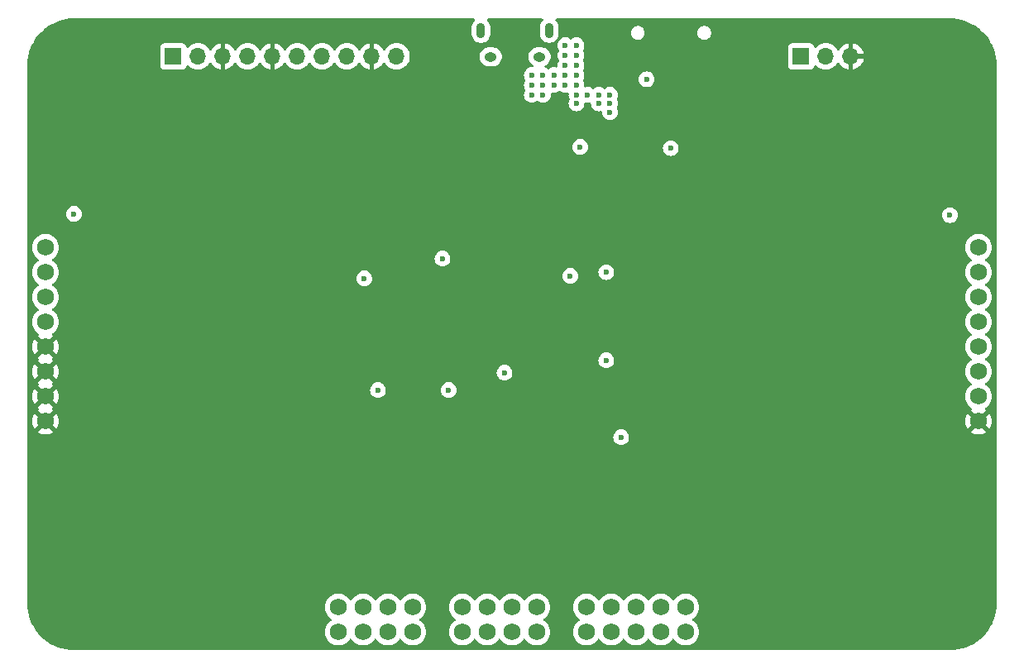
<source format=gbr>
%TF.GenerationSoftware,KiCad,Pcbnew,8.0.7*%
%TF.CreationDate,2025-01-22T16:07:47-05:00*%
%TF.ProjectId,companion,636f6d70-616e-4696-9f6e-2e6b69636164,rev?*%
%TF.SameCoordinates,Original*%
%TF.FileFunction,Copper,L2,Inr*%
%TF.FilePolarity,Positive*%
%FSLAX46Y46*%
G04 Gerber Fmt 4.6, Leading zero omitted, Abs format (unit mm)*
G04 Created by KiCad (PCBNEW 8.0.7) date 2025-01-22 16:07:47*
%MOMM*%
%LPD*%
G01*
G04 APERTURE LIST*
%TA.AperFunction,ComponentPad*%
%ADD10C,1.750000*%
%TD*%
%TA.AperFunction,ComponentPad*%
%ADD11C,0.800000*%
%TD*%
%TA.AperFunction,ComponentPad*%
%ADD12C,6.400000*%
%TD*%
%TA.AperFunction,ComponentPad*%
%ADD13O,0.890000X1.550000*%
%TD*%
%TA.AperFunction,ComponentPad*%
%ADD14O,1.250000X0.950000*%
%TD*%
%TA.AperFunction,ComponentPad*%
%ADD15R,1.700000X1.700000*%
%TD*%
%TA.AperFunction,ComponentPad*%
%ADD16O,1.700000X1.700000*%
%TD*%
%TA.AperFunction,ViaPad*%
%ADD17C,0.600000*%
%TD*%
G04 APERTURE END LIST*
D10*
%TO.N,VBUS*%
%TO.C,U1*%
X103632000Y-66040000D03*
X103632000Y-68580000D03*
X103632000Y-71120000D03*
X103632000Y-73660000D03*
%TO.N,GND*%
X103632000Y-76200000D03*
X103632000Y-78740000D03*
X103632000Y-81280000D03*
X103632000Y-83820000D03*
%TO.N,/DATA0*%
X133604000Y-105410000D03*
%TO.N,/DATA1*%
X136144000Y-105410000D03*
%TO.N,/DATA2*%
X138684000Y-105410000D03*
%TO.N,/DATA3*%
X141224000Y-105410000D03*
%TO.N,GND*%
X143764000Y-105410000D03*
%TO.N,/DATA4*%
X146304000Y-105410000D03*
%TO.N,/DATA5*%
X148844000Y-105410000D03*
%TO.N,/DATA6*%
X151384000Y-105410000D03*
%TO.N,/DATA7*%
X153924000Y-105410000D03*
%TO.N,GND*%
X156464000Y-105410000D03*
%TO.N,/DATA8*%
X159004000Y-105410000D03*
%TO.N,/DATA9*%
X161544000Y-105410000D03*
%TO.N,/DATA10*%
X164084000Y-105410000D03*
%TO.N,/DATA11*%
X166624000Y-105410000D03*
%TO.N,/DATA12*%
X169164000Y-105410000D03*
%TO.N,/DATA13*%
X169164000Y-102870000D03*
%TO.N,/DATA14*%
X166624000Y-102870000D03*
%TO.N,/DATA15*%
X164084000Y-102870000D03*
%TO.N,/ADDR5*%
X161544000Y-102870000D03*
%TO.N,/ADDR4*%
X159004000Y-102870000D03*
%TO.N,GND*%
X156464000Y-102870000D03*
%TO.N,/ADDR3*%
X153924000Y-102870000D03*
%TO.N,/ADDR2*%
X151384000Y-102870000D03*
%TO.N,/ADDR1*%
X148844000Y-102870000D03*
%TO.N,/ADDR0*%
X146304000Y-102870000D03*
%TO.N,GND*%
X143764000Y-102870000D03*
%TO.N,/~{W}{slash}R*%
X141224000Y-102870000D03*
%TO.N,/~{B}{slash}W*%
X138684000Y-102870000D03*
%TO.N,/~{EN}*%
X136144000Y-102870000D03*
%TO.N,/CLK*%
X133604000Y-102870000D03*
%TO.N,GND*%
X199136000Y-83820000D03*
%TO.N,/CDONE*%
X199136000Y-81280000D03*
%TO.N,/~{CRESET}*%
X199136000Y-78740000D03*
%TO.N,/~{FRESET}*%
X199136000Y-76200000D03*
%TO.N,/~{FSEL}*%
X199136000Y-73660000D03*
%TO.N,/SPI_SCK*%
X199136000Y-71120000D03*
%TO.N,/SPI_MISO*%
X199136000Y-68580000D03*
%TO.N,/SPI_MOSI*%
X199136000Y-66040000D03*
%TD*%
D11*
%TO.N,GND*%
%TO.C,H3*%
X193815000Y-102489000D03*
X194517944Y-100791944D03*
X194517944Y-104186056D03*
X196215000Y-100089000D03*
D12*
X196215000Y-102489000D03*
D11*
X196215000Y-104889000D03*
X197912056Y-100791944D03*
X197912056Y-104186056D03*
X198615000Y-102489000D03*
%TD*%
%TO.N,GND*%
%TO.C,H1*%
X104153000Y-47371000D03*
X104855944Y-45673944D03*
X104855944Y-49068056D03*
X106553000Y-44971000D03*
D12*
X106553000Y-47371000D03*
D11*
X106553000Y-49771000D03*
X108250056Y-45673944D03*
X108250056Y-49068056D03*
X108953000Y-47371000D03*
%TD*%
%TO.N,GND*%
%TO.C,H2*%
X193815000Y-47371000D03*
X194517944Y-45673944D03*
X194517944Y-49068056D03*
X196215000Y-44971000D03*
D12*
X196215000Y-47371000D03*
D11*
X196215000Y-49771000D03*
X197912056Y-45673944D03*
X197912056Y-49068056D03*
X198615000Y-47371000D03*
%TD*%
D13*
%TO.N,unconnected-(J1-Shield-Pad6)_2*%
%TO.C,J1*%
X155209000Y-43815000D03*
D14*
X154209000Y-46515000D03*
X149209000Y-46515000D03*
D13*
X148209000Y-43815000D03*
%TD*%
D15*
%TO.N,+3.3V*%
%TO.C,J2*%
X116713000Y-46482000D03*
D16*
%TO.N,/SYS_SWDIO*%
X119253000Y-46482000D03*
%TO.N,GND*%
X121793000Y-46482000D03*
%TO.N,/SYS_SWCLK*%
X124333000Y-46482000D03*
%TO.N,GND*%
X126873000Y-46482000D03*
%TO.N,unconnected-(J2-Pin_6-Pad6)*%
X129413000Y-46482000D03*
%TO.N,unconnected-(J2-Pin_7-Pad7)*%
X131953000Y-46482000D03*
%TO.N,unconnected-(J2-Pin_8-Pad8)*%
X134493000Y-46482000D03*
%TO.N,GND*%
X137033000Y-46482000D03*
%TO.N,/NRST*%
X139573000Y-46482000D03*
%TD*%
D11*
%TO.N,GND*%
%TO.C,H4*%
X104153000Y-102489000D03*
X104855944Y-100791944D03*
X104855944Y-104186056D03*
X106553000Y-100089000D03*
D12*
X106553000Y-102489000D03*
D11*
X106553000Y-104889000D03*
X108250056Y-100791944D03*
X108250056Y-104186056D03*
X108953000Y-102489000D03*
%TD*%
D15*
%TO.N,/BOOT_RX*%
%TO.C,J3*%
X180975000Y-46482000D03*
D16*
%TO.N,/BOOT_TX*%
X183515000Y-46482000D03*
%TO.N,GND*%
X186055000Y-46482000D03*
%TD*%
D17*
%TO.N,GND*%
X162560000Y-87503000D03*
X159766000Y-55499000D03*
X161036000Y-71501000D03*
X149987000Y-49403000D03*
X170180000Y-48768000D03*
X144272000Y-45339000D03*
X148844000Y-48387000D03*
X144272000Y-48387000D03*
X145415000Y-45339000D03*
X145415000Y-49403000D03*
X146558000Y-47371000D03*
X145415000Y-47371000D03*
X146558000Y-48387000D03*
X138049000Y-78613000D03*
X147701000Y-48387000D03*
X146558000Y-49403000D03*
X144272000Y-47371000D03*
X147574000Y-65786000D03*
X147701000Y-49403000D03*
X145415000Y-48387000D03*
X161036000Y-80391000D03*
X146558000Y-46355000D03*
X148844000Y-49403000D03*
X106553000Y-53340000D03*
X144272000Y-49403000D03*
X146558000Y-45339000D03*
X144272000Y-46355000D03*
X145415000Y-46355000D03*
X152908000Y-55372000D03*
X145658250Y-85979000D03*
X153405250Y-90424000D03*
X149987000Y-48387000D03*
%TO.N,+3.3V*%
X106553000Y-62611000D03*
X196215000Y-62738000D03*
X161417000Y-52197000D03*
X161036000Y-77597000D03*
X161417000Y-50419000D03*
X165167000Y-48828000D03*
X159131000Y-50419000D03*
X161417000Y-51308000D03*
X160274000Y-51308000D03*
X162560000Y-85471000D03*
X144907000Y-80645000D03*
X161036000Y-68580000D03*
X144272000Y-67183000D03*
X157988000Y-51308000D03*
X160274000Y-50419000D03*
X157988000Y-50419000D03*
%TO.N,VBUS*%
X156845000Y-45339000D03*
X153416000Y-49403000D03*
X156845000Y-46355000D03*
X157988000Y-46355000D03*
X155702000Y-48387000D03*
X156845000Y-48387000D03*
X154559000Y-49403000D03*
X158369000Y-55753000D03*
X153416000Y-48387000D03*
X157988000Y-49403000D03*
X156845000Y-47371000D03*
X154559000Y-48387000D03*
X154559000Y-50419000D03*
X157988000Y-48387000D03*
X157988000Y-47371000D03*
X153416000Y-50419000D03*
X156845000Y-49403000D03*
X155702000Y-49403000D03*
X157988000Y-45339000D03*
%TO.N,/BOOT0*%
X157353000Y-68961000D03*
X167640000Y-55880000D03*
%TO.N,/NRST*%
X136271000Y-69215000D03*
X137668000Y-80645000D03*
X150622000Y-78867000D03*
%TD*%
%TA.AperFunction,Conductor*%
%TO.N,GND*%
G36*
X147533037Y-42611185D02*
G01*
X147578792Y-42663989D01*
X147588736Y-42733147D01*
X147559711Y-42796703D01*
X147553679Y-42803181D01*
X147474584Y-42882275D01*
X147474578Y-42882283D01*
X147371109Y-43037135D01*
X147371109Y-43037136D01*
X147299835Y-43209207D01*
X147299833Y-43209215D01*
X147263500Y-43391871D01*
X147263500Y-44238128D01*
X147299833Y-44420784D01*
X147299835Y-44420792D01*
X147371109Y-44592863D01*
X147371109Y-44592864D01*
X147474578Y-44747716D01*
X147474584Y-44747724D01*
X147606275Y-44879415D01*
X147606283Y-44879421D01*
X147761135Y-44982890D01*
X147777040Y-44989478D01*
X147933208Y-45054165D01*
X148115871Y-45090499D01*
X148115874Y-45090500D01*
X148115876Y-45090500D01*
X148302126Y-45090500D01*
X148302127Y-45090499D01*
X148484792Y-45054165D01*
X148656862Y-44982891D01*
X148656863Y-44982890D01*
X148656864Y-44982890D01*
X148733772Y-44931501D01*
X148811721Y-44879418D01*
X148943418Y-44747721D01*
X148995501Y-44669772D01*
X149046890Y-44592864D01*
X149046890Y-44592863D01*
X149046891Y-44592862D01*
X149118165Y-44420792D01*
X149154500Y-44238124D01*
X149154500Y-43391876D01*
X149154500Y-43391873D01*
X149154499Y-43391871D01*
X149149850Y-43368500D01*
X149118165Y-43209208D01*
X149046891Y-43037138D01*
X149046890Y-43037136D01*
X149046890Y-43037135D01*
X148943421Y-42882283D01*
X148943415Y-42882275D01*
X148864321Y-42803181D01*
X148830836Y-42741858D01*
X148835820Y-42672166D01*
X148877692Y-42616233D01*
X148943156Y-42591816D01*
X148952002Y-42591500D01*
X154465998Y-42591500D01*
X154533037Y-42611185D01*
X154578792Y-42663989D01*
X154588736Y-42733147D01*
X154559711Y-42796703D01*
X154553679Y-42803181D01*
X154474584Y-42882275D01*
X154474578Y-42882283D01*
X154371109Y-43037135D01*
X154371109Y-43037136D01*
X154299835Y-43209207D01*
X154299833Y-43209215D01*
X154263500Y-43391871D01*
X154263500Y-44238128D01*
X154299833Y-44420784D01*
X154299835Y-44420792D01*
X154371109Y-44592863D01*
X154371109Y-44592864D01*
X154474578Y-44747716D01*
X154474584Y-44747724D01*
X154606275Y-44879415D01*
X154606283Y-44879421D01*
X154761135Y-44982890D01*
X154777040Y-44989478D01*
X154933208Y-45054165D01*
X155115871Y-45090499D01*
X155115874Y-45090500D01*
X155115876Y-45090500D01*
X155302126Y-45090500D01*
X155302127Y-45090499D01*
X155484792Y-45054165D01*
X155656862Y-44982891D01*
X155656863Y-44982890D01*
X155656864Y-44982890D01*
X155733772Y-44931501D01*
X155811721Y-44879418D01*
X155943418Y-44747721D01*
X155995501Y-44669772D01*
X156046890Y-44592864D01*
X156046890Y-44592863D01*
X156046891Y-44592862D01*
X156118165Y-44420792D01*
X156154500Y-44238124D01*
X156154500Y-44137995D01*
X163566499Y-44137995D01*
X163593418Y-44273322D01*
X163593421Y-44273332D01*
X163646221Y-44400804D01*
X163646228Y-44400817D01*
X163722885Y-44515541D01*
X163722888Y-44515545D01*
X163820454Y-44613111D01*
X163820458Y-44613114D01*
X163935182Y-44689771D01*
X163935195Y-44689778D01*
X164062667Y-44742578D01*
X164062672Y-44742580D01*
X164062676Y-44742580D01*
X164062677Y-44742581D01*
X164198004Y-44769500D01*
X164198007Y-44769500D01*
X164335995Y-44769500D01*
X164427041Y-44751389D01*
X164471328Y-44742580D01*
X164598811Y-44689775D01*
X164713542Y-44613114D01*
X164811114Y-44515542D01*
X164887775Y-44400811D01*
X164940580Y-44273328D01*
X164967500Y-44137995D01*
X170366499Y-44137995D01*
X170393418Y-44273322D01*
X170393421Y-44273332D01*
X170446221Y-44400804D01*
X170446228Y-44400817D01*
X170522885Y-44515541D01*
X170522888Y-44515545D01*
X170620454Y-44613111D01*
X170620458Y-44613114D01*
X170735182Y-44689771D01*
X170735195Y-44689778D01*
X170862667Y-44742578D01*
X170862672Y-44742580D01*
X170862676Y-44742580D01*
X170862677Y-44742581D01*
X170998004Y-44769500D01*
X170998007Y-44769500D01*
X171135995Y-44769500D01*
X171227041Y-44751389D01*
X171271328Y-44742580D01*
X171398811Y-44689775D01*
X171513542Y-44613114D01*
X171611114Y-44515542D01*
X171687775Y-44400811D01*
X171740580Y-44273328D01*
X171767500Y-44137993D01*
X171767500Y-44000007D01*
X171767500Y-44000004D01*
X171740581Y-43864677D01*
X171740580Y-43864676D01*
X171740580Y-43864672D01*
X171740578Y-43864667D01*
X171687778Y-43737195D01*
X171687771Y-43737182D01*
X171611114Y-43622458D01*
X171611111Y-43622454D01*
X171513545Y-43524888D01*
X171513541Y-43524885D01*
X171398817Y-43448228D01*
X171398804Y-43448221D01*
X171271332Y-43395421D01*
X171271322Y-43395418D01*
X171135995Y-43368500D01*
X171135993Y-43368500D01*
X170998007Y-43368500D01*
X170998005Y-43368500D01*
X170862677Y-43395418D01*
X170862667Y-43395421D01*
X170735195Y-43448221D01*
X170735182Y-43448228D01*
X170620458Y-43524885D01*
X170620454Y-43524888D01*
X170522888Y-43622454D01*
X170522885Y-43622458D01*
X170446228Y-43737182D01*
X170446221Y-43737195D01*
X170393421Y-43864667D01*
X170393418Y-43864677D01*
X170366500Y-44000004D01*
X170366500Y-44000007D01*
X170366500Y-44137993D01*
X170366500Y-44137995D01*
X170366499Y-44137995D01*
X164967500Y-44137995D01*
X164967500Y-44137993D01*
X164967500Y-44000007D01*
X164967500Y-44000004D01*
X164940581Y-43864677D01*
X164940580Y-43864676D01*
X164940580Y-43864672D01*
X164940578Y-43864667D01*
X164887778Y-43737195D01*
X164887771Y-43737182D01*
X164811114Y-43622458D01*
X164811111Y-43622454D01*
X164713545Y-43524888D01*
X164713541Y-43524885D01*
X164598817Y-43448228D01*
X164598804Y-43448221D01*
X164471332Y-43395421D01*
X164471322Y-43395418D01*
X164335995Y-43368500D01*
X164335993Y-43368500D01*
X164198007Y-43368500D01*
X164198005Y-43368500D01*
X164062677Y-43395418D01*
X164062667Y-43395421D01*
X163935195Y-43448221D01*
X163935182Y-43448228D01*
X163820458Y-43524885D01*
X163820454Y-43524888D01*
X163722888Y-43622454D01*
X163722885Y-43622458D01*
X163646228Y-43737182D01*
X163646221Y-43737195D01*
X163593421Y-43864667D01*
X163593418Y-43864677D01*
X163566500Y-44000004D01*
X163566500Y-44000007D01*
X163566500Y-44137993D01*
X163566500Y-44137995D01*
X163566499Y-44137995D01*
X156154500Y-44137995D01*
X156154500Y-43391876D01*
X156154500Y-43391873D01*
X156154499Y-43391871D01*
X156149850Y-43368500D01*
X156118165Y-43209208D01*
X156046891Y-43037138D01*
X156046890Y-43037136D01*
X156046890Y-43037135D01*
X155943421Y-42882283D01*
X155943415Y-42882275D01*
X155864321Y-42803181D01*
X155830836Y-42741858D01*
X155835820Y-42672166D01*
X155877692Y-42616233D01*
X155943156Y-42591816D01*
X155952002Y-42591500D01*
X196167405Y-42591500D01*
X196212294Y-42591500D01*
X196217702Y-42591618D01*
X196231499Y-42592220D01*
X196626173Y-42609451D01*
X196636910Y-42610391D01*
X197039584Y-42663404D01*
X197050222Y-42665279D01*
X197446749Y-42753188D01*
X197457189Y-42755986D01*
X197844530Y-42878113D01*
X197854676Y-42881806D01*
X198229911Y-43037234D01*
X198239702Y-43041800D01*
X198561288Y-43209207D01*
X198599942Y-43229329D01*
X198609309Y-43234736D01*
X198944424Y-43448228D01*
X198951840Y-43452952D01*
X198960699Y-43459155D01*
X199173514Y-43622454D01*
X199282909Y-43706396D01*
X199291195Y-43713350D01*
X199590624Y-43987726D01*
X199598273Y-43995375D01*
X199872649Y-44294804D01*
X199879603Y-44303090D01*
X200126842Y-44625297D01*
X200133047Y-44634159D01*
X200351262Y-44976689D01*
X200356670Y-44986057D01*
X200544196Y-45346290D01*
X200548768Y-45356094D01*
X200704189Y-45731313D01*
X200707889Y-45741479D01*
X200830012Y-46128806D01*
X200832812Y-46139254D01*
X200920718Y-46535769D01*
X200922596Y-46546423D01*
X200975606Y-46949069D01*
X200976549Y-46959845D01*
X200994382Y-47368297D01*
X200994500Y-47373706D01*
X200994500Y-102486293D01*
X200994382Y-102491702D01*
X200976549Y-102900154D01*
X200975606Y-102910930D01*
X200922596Y-103313576D01*
X200920718Y-103324230D01*
X200832812Y-103720745D01*
X200830012Y-103731193D01*
X200707889Y-104118520D01*
X200704189Y-104128686D01*
X200548768Y-104503905D01*
X200544196Y-104513709D01*
X200356670Y-104873942D01*
X200351262Y-104883310D01*
X200133047Y-105225840D01*
X200126842Y-105234702D01*
X199879603Y-105556909D01*
X199872649Y-105565195D01*
X199598273Y-105864624D01*
X199590624Y-105872273D01*
X199291195Y-106146649D01*
X199282909Y-106153603D01*
X198960702Y-106400842D01*
X198951840Y-106407047D01*
X198609310Y-106625262D01*
X198599942Y-106630670D01*
X198239709Y-106818196D01*
X198229905Y-106822768D01*
X197854686Y-106978189D01*
X197844520Y-106981889D01*
X197457193Y-107104012D01*
X197446745Y-107106812D01*
X197050230Y-107194718D01*
X197039576Y-107196596D01*
X196636930Y-107249606D01*
X196626154Y-107250549D01*
X196217703Y-107268382D01*
X196212294Y-107268500D01*
X106555706Y-107268500D01*
X106550297Y-107268382D01*
X106141845Y-107250549D01*
X106131069Y-107249606D01*
X105728423Y-107196596D01*
X105717769Y-107194718D01*
X105321254Y-107106812D01*
X105310806Y-107104012D01*
X104923479Y-106981889D01*
X104913313Y-106978189D01*
X104538094Y-106822768D01*
X104528290Y-106818196D01*
X104168057Y-106630670D01*
X104158689Y-106625262D01*
X103816159Y-106407047D01*
X103807297Y-106400842D01*
X103485090Y-106153603D01*
X103476804Y-106146649D01*
X103177375Y-105872273D01*
X103169726Y-105864624D01*
X102895350Y-105565195D01*
X102888396Y-105556909D01*
X102641157Y-105234702D01*
X102634952Y-105225840D01*
X102607552Y-105182831D01*
X102416736Y-104883309D01*
X102411329Y-104873942D01*
X102223803Y-104513709D01*
X102219231Y-104503905D01*
X102063806Y-104128676D01*
X102060110Y-104118520D01*
X102048017Y-104080166D01*
X101937986Y-103731189D01*
X101935187Y-103720745D01*
X101908391Y-103599875D01*
X101847279Y-103324222D01*
X101845403Y-103313576D01*
X101824539Y-103155097D01*
X101792391Y-102910910D01*
X101791451Y-102900173D01*
X101790133Y-102869993D01*
X132223786Y-102869993D01*
X132223786Y-102870006D01*
X132242608Y-103097168D01*
X132242610Y-103097179D01*
X132298569Y-103318155D01*
X132390137Y-103526908D01*
X132514814Y-103717742D01*
X132669208Y-103885458D01*
X132669212Y-103885461D01*
X132849094Y-104025469D01*
X132849096Y-104025470D01*
X132849099Y-104025472D01*
X132859214Y-104030946D01*
X132908804Y-104080166D01*
X132923911Y-104148382D01*
X132899740Y-104213938D01*
X132859214Y-104249054D01*
X132849099Y-104254527D01*
X132849090Y-104254533D01*
X132669212Y-104394538D01*
X132669208Y-104394541D01*
X132514814Y-104562257D01*
X132390137Y-104753091D01*
X132298569Y-104961844D01*
X132242610Y-105182820D01*
X132242608Y-105182831D01*
X132223786Y-105409993D01*
X132223786Y-105410006D01*
X132242608Y-105637168D01*
X132242610Y-105637179D01*
X132298569Y-105858155D01*
X132390137Y-106066908D01*
X132514814Y-106257742D01*
X132514817Y-106257745D01*
X132649580Y-106404137D01*
X132669208Y-106425458D01*
X132669212Y-106425461D01*
X132849094Y-106565469D01*
X132849096Y-106565470D01*
X132849099Y-106565472D01*
X132909731Y-106598284D01*
X133049574Y-106673963D01*
X133161529Y-106712397D01*
X133265173Y-106747979D01*
X133265175Y-106747979D01*
X133265177Y-106747980D01*
X133490023Y-106785500D01*
X133490024Y-106785500D01*
X133717976Y-106785500D01*
X133717977Y-106785500D01*
X133942823Y-106747980D01*
X134158426Y-106673963D01*
X134358906Y-106565469D01*
X134538794Y-106425456D01*
X134693183Y-106257745D01*
X134770191Y-106139874D01*
X134823337Y-106094518D01*
X134892568Y-106085094D01*
X134955904Y-106114596D01*
X134977809Y-106139875D01*
X135054814Y-106257742D01*
X135054817Y-106257745D01*
X135189580Y-106404137D01*
X135209208Y-106425458D01*
X135209212Y-106425461D01*
X135389094Y-106565469D01*
X135389096Y-106565470D01*
X135389099Y-106565472D01*
X135449731Y-106598284D01*
X135589574Y-106673963D01*
X135701529Y-106712397D01*
X135805173Y-106747979D01*
X135805175Y-106747979D01*
X135805177Y-106747980D01*
X136030023Y-106785500D01*
X136030024Y-106785500D01*
X136257976Y-106785500D01*
X136257977Y-106785500D01*
X136482823Y-106747980D01*
X136698426Y-106673963D01*
X136898906Y-106565469D01*
X137078794Y-106425456D01*
X137233183Y-106257745D01*
X137310191Y-106139874D01*
X137363337Y-106094518D01*
X137432568Y-106085094D01*
X137495904Y-106114596D01*
X137517809Y-106139875D01*
X137594814Y-106257742D01*
X137594817Y-106257745D01*
X137729580Y-106404137D01*
X137749208Y-106425458D01*
X137749212Y-106425461D01*
X137929094Y-106565469D01*
X137929096Y-106565470D01*
X137929099Y-106565472D01*
X137989731Y-106598284D01*
X138129574Y-106673963D01*
X138241529Y-106712397D01*
X138345173Y-106747979D01*
X138345175Y-106747979D01*
X138345177Y-106747980D01*
X138570023Y-106785500D01*
X138570024Y-106785500D01*
X138797976Y-106785500D01*
X138797977Y-106785500D01*
X139022823Y-106747980D01*
X139238426Y-106673963D01*
X139438906Y-106565469D01*
X139618794Y-106425456D01*
X139773183Y-106257745D01*
X139850191Y-106139874D01*
X139903337Y-106094518D01*
X139972568Y-106085094D01*
X140035904Y-106114596D01*
X140057809Y-106139875D01*
X140134814Y-106257742D01*
X140134817Y-106257745D01*
X140269580Y-106404137D01*
X140289208Y-106425458D01*
X140289212Y-106425461D01*
X140469094Y-106565469D01*
X140469096Y-106565470D01*
X140469099Y-106565472D01*
X140529731Y-106598284D01*
X140669574Y-106673963D01*
X140781529Y-106712397D01*
X140885173Y-106747979D01*
X140885175Y-106747979D01*
X140885177Y-106747980D01*
X141110023Y-106785500D01*
X141110024Y-106785500D01*
X141337976Y-106785500D01*
X141337977Y-106785500D01*
X141562823Y-106747980D01*
X141778426Y-106673963D01*
X141978906Y-106565469D01*
X142158794Y-106425456D01*
X142313183Y-106257745D01*
X142437862Y-106066909D01*
X142529430Y-105858155D01*
X142585390Y-105637176D01*
X142586966Y-105618157D01*
X142604214Y-105410006D01*
X142604214Y-105409993D01*
X142585391Y-105182831D01*
X142585389Y-105182820D01*
X142529430Y-104961844D01*
X142437862Y-104753091D01*
X142313185Y-104562257D01*
X142158791Y-104394541D01*
X142158787Y-104394538D01*
X141978909Y-104254533D01*
X141978900Y-104254527D01*
X141968789Y-104249056D01*
X141919197Y-104199838D01*
X141904087Y-104131621D01*
X141928257Y-104066065D01*
X141968789Y-104030944D01*
X141978900Y-104025472D01*
X141978906Y-104025469D01*
X142158794Y-103885456D01*
X142313183Y-103717745D01*
X142437862Y-103526909D01*
X142529430Y-103318155D01*
X142585390Y-103097176D01*
X142600823Y-102910930D01*
X142604214Y-102870006D01*
X142604214Y-102869993D01*
X144923786Y-102869993D01*
X144923786Y-102870006D01*
X144942608Y-103097168D01*
X144942610Y-103097179D01*
X144998569Y-103318155D01*
X145090137Y-103526908D01*
X145214814Y-103717742D01*
X145369208Y-103885458D01*
X145369212Y-103885461D01*
X145549094Y-104025469D01*
X145549096Y-104025470D01*
X145549099Y-104025472D01*
X145559214Y-104030946D01*
X145608804Y-104080166D01*
X145623911Y-104148382D01*
X145599740Y-104213938D01*
X145559214Y-104249054D01*
X145549099Y-104254527D01*
X145549090Y-104254533D01*
X145369212Y-104394538D01*
X145369208Y-104394541D01*
X145214814Y-104562257D01*
X145090137Y-104753091D01*
X144998569Y-104961844D01*
X144942610Y-105182820D01*
X144942608Y-105182831D01*
X144923786Y-105409993D01*
X144923786Y-105410006D01*
X144942608Y-105637168D01*
X144942610Y-105637179D01*
X144998569Y-105858155D01*
X145090137Y-106066908D01*
X145214814Y-106257742D01*
X145214817Y-106257745D01*
X145349580Y-106404137D01*
X145369208Y-106425458D01*
X145369212Y-106425461D01*
X145549094Y-106565469D01*
X145549096Y-106565470D01*
X145549099Y-106565472D01*
X145609731Y-106598284D01*
X145749574Y-106673963D01*
X145861529Y-106712397D01*
X145965173Y-106747979D01*
X145965175Y-106747979D01*
X145965177Y-106747980D01*
X146190023Y-106785500D01*
X146190024Y-106785500D01*
X146417976Y-106785500D01*
X146417977Y-106785500D01*
X146642823Y-106747980D01*
X146858426Y-106673963D01*
X147058906Y-106565469D01*
X147238794Y-106425456D01*
X147393183Y-106257745D01*
X147470191Y-106139874D01*
X147523337Y-106094518D01*
X147592568Y-106085094D01*
X147655904Y-106114596D01*
X147677809Y-106139875D01*
X147754814Y-106257742D01*
X147754817Y-106257745D01*
X147889580Y-106404137D01*
X147909208Y-106425458D01*
X147909212Y-106425461D01*
X148089094Y-106565469D01*
X148089096Y-106565470D01*
X148089099Y-106565472D01*
X148149731Y-106598284D01*
X148289574Y-106673963D01*
X148401529Y-106712397D01*
X148505173Y-106747979D01*
X148505175Y-106747979D01*
X148505177Y-106747980D01*
X148730023Y-106785500D01*
X148730024Y-106785500D01*
X148957976Y-106785500D01*
X148957977Y-106785500D01*
X149182823Y-106747980D01*
X149398426Y-106673963D01*
X149598906Y-106565469D01*
X149778794Y-106425456D01*
X149933183Y-106257745D01*
X150010191Y-106139874D01*
X150063337Y-106094518D01*
X150132568Y-106085094D01*
X150195904Y-106114596D01*
X150217809Y-106139875D01*
X150294814Y-106257742D01*
X150294817Y-106257745D01*
X150429580Y-106404137D01*
X150449208Y-106425458D01*
X150449212Y-106425461D01*
X150629094Y-106565469D01*
X150629096Y-106565470D01*
X150629099Y-106565472D01*
X150689731Y-106598284D01*
X150829574Y-106673963D01*
X150941529Y-106712397D01*
X151045173Y-106747979D01*
X151045175Y-106747979D01*
X151045177Y-106747980D01*
X151270023Y-106785500D01*
X151270024Y-106785500D01*
X151497976Y-106785500D01*
X151497977Y-106785500D01*
X151722823Y-106747980D01*
X151938426Y-106673963D01*
X152138906Y-106565469D01*
X152318794Y-106425456D01*
X152473183Y-106257745D01*
X152550191Y-106139874D01*
X152603337Y-106094518D01*
X152672568Y-106085094D01*
X152735904Y-106114596D01*
X152757809Y-106139875D01*
X152834814Y-106257742D01*
X152834817Y-106257745D01*
X152969580Y-106404137D01*
X152989208Y-106425458D01*
X152989212Y-106425461D01*
X153169094Y-106565469D01*
X153169096Y-106565470D01*
X153169099Y-106565472D01*
X153229731Y-106598284D01*
X153369574Y-106673963D01*
X153481529Y-106712397D01*
X153585173Y-106747979D01*
X153585175Y-106747979D01*
X153585177Y-106747980D01*
X153810023Y-106785500D01*
X153810024Y-106785500D01*
X154037976Y-106785500D01*
X154037977Y-106785500D01*
X154262823Y-106747980D01*
X154478426Y-106673963D01*
X154678906Y-106565469D01*
X154858794Y-106425456D01*
X155013183Y-106257745D01*
X155137862Y-106066909D01*
X155229430Y-105858155D01*
X155285390Y-105637176D01*
X155286966Y-105618157D01*
X155304214Y-105410006D01*
X155304214Y-105409993D01*
X155285391Y-105182831D01*
X155285389Y-105182820D01*
X155229430Y-104961844D01*
X155137862Y-104753091D01*
X155013185Y-104562257D01*
X154858791Y-104394541D01*
X154858787Y-104394538D01*
X154678909Y-104254533D01*
X154678900Y-104254527D01*
X154668789Y-104249056D01*
X154619197Y-104199838D01*
X154604087Y-104131621D01*
X154628257Y-104066065D01*
X154668789Y-104030944D01*
X154678900Y-104025472D01*
X154678906Y-104025469D01*
X154858794Y-103885456D01*
X155013183Y-103717745D01*
X155137862Y-103526909D01*
X155229430Y-103318155D01*
X155285390Y-103097176D01*
X155300823Y-102910930D01*
X155304214Y-102870006D01*
X155304214Y-102869993D01*
X157623786Y-102869993D01*
X157623786Y-102870006D01*
X157642608Y-103097168D01*
X157642610Y-103097179D01*
X157698569Y-103318155D01*
X157790137Y-103526908D01*
X157914814Y-103717742D01*
X158069208Y-103885458D01*
X158069212Y-103885461D01*
X158249094Y-104025469D01*
X158249096Y-104025470D01*
X158249099Y-104025472D01*
X158259214Y-104030946D01*
X158308804Y-104080166D01*
X158323911Y-104148382D01*
X158299740Y-104213938D01*
X158259214Y-104249054D01*
X158249099Y-104254527D01*
X158249090Y-104254533D01*
X158069212Y-104394538D01*
X158069208Y-104394541D01*
X157914814Y-104562257D01*
X157790137Y-104753091D01*
X157698569Y-104961844D01*
X157642610Y-105182820D01*
X157642608Y-105182831D01*
X157623786Y-105409993D01*
X157623786Y-105410006D01*
X157642608Y-105637168D01*
X157642610Y-105637179D01*
X157698569Y-105858155D01*
X157790137Y-106066908D01*
X157914814Y-106257742D01*
X157914817Y-106257745D01*
X158049580Y-106404137D01*
X158069208Y-106425458D01*
X158069212Y-106425461D01*
X158249094Y-106565469D01*
X158249096Y-106565470D01*
X158249099Y-106565472D01*
X158309731Y-106598284D01*
X158449574Y-106673963D01*
X158561529Y-106712397D01*
X158665173Y-106747979D01*
X158665175Y-106747979D01*
X158665177Y-106747980D01*
X158890023Y-106785500D01*
X158890024Y-106785500D01*
X159117976Y-106785500D01*
X159117977Y-106785500D01*
X159342823Y-106747980D01*
X159558426Y-106673963D01*
X159758906Y-106565469D01*
X159938794Y-106425456D01*
X160093183Y-106257745D01*
X160170191Y-106139874D01*
X160223337Y-106094518D01*
X160292568Y-106085094D01*
X160355904Y-106114596D01*
X160377809Y-106139875D01*
X160454814Y-106257742D01*
X160454817Y-106257745D01*
X160589580Y-106404137D01*
X160609208Y-106425458D01*
X160609212Y-106425461D01*
X160789094Y-106565469D01*
X160789096Y-106565470D01*
X160789099Y-106565472D01*
X160849731Y-106598284D01*
X160989574Y-106673963D01*
X161101529Y-106712397D01*
X161205173Y-106747979D01*
X161205175Y-106747979D01*
X161205177Y-106747980D01*
X161430023Y-106785500D01*
X161430024Y-106785500D01*
X161657976Y-106785500D01*
X161657977Y-106785500D01*
X161882823Y-106747980D01*
X162098426Y-106673963D01*
X162298906Y-106565469D01*
X162478794Y-106425456D01*
X162633183Y-106257745D01*
X162710191Y-106139874D01*
X162763337Y-106094518D01*
X162832568Y-106085094D01*
X162895904Y-106114596D01*
X162917809Y-106139875D01*
X162994814Y-106257742D01*
X162994817Y-106257745D01*
X163129580Y-106404137D01*
X163149208Y-106425458D01*
X163149212Y-106425461D01*
X163329094Y-106565469D01*
X163329096Y-106565470D01*
X163329099Y-106565472D01*
X163389731Y-106598284D01*
X163529574Y-106673963D01*
X163641529Y-106712397D01*
X163745173Y-106747979D01*
X163745175Y-106747979D01*
X163745177Y-106747980D01*
X163970023Y-106785500D01*
X163970024Y-106785500D01*
X164197976Y-106785500D01*
X164197977Y-106785500D01*
X164422823Y-106747980D01*
X164638426Y-106673963D01*
X164838906Y-106565469D01*
X165018794Y-106425456D01*
X165173183Y-106257745D01*
X165250191Y-106139874D01*
X165303337Y-106094518D01*
X165372568Y-106085094D01*
X165435904Y-106114596D01*
X165457809Y-106139875D01*
X165534814Y-106257742D01*
X165534817Y-106257745D01*
X165669580Y-106404137D01*
X165689208Y-106425458D01*
X165689212Y-106425461D01*
X165869094Y-106565469D01*
X165869096Y-106565470D01*
X165869099Y-106565472D01*
X165929731Y-106598284D01*
X166069574Y-106673963D01*
X166181529Y-106712397D01*
X166285173Y-106747979D01*
X166285175Y-106747979D01*
X166285177Y-106747980D01*
X166510023Y-106785500D01*
X166510024Y-106785500D01*
X166737976Y-106785500D01*
X166737977Y-106785500D01*
X166962823Y-106747980D01*
X167178426Y-106673963D01*
X167378906Y-106565469D01*
X167558794Y-106425456D01*
X167713183Y-106257745D01*
X167790191Y-106139874D01*
X167843337Y-106094518D01*
X167912568Y-106085094D01*
X167975904Y-106114596D01*
X167997809Y-106139875D01*
X168074814Y-106257742D01*
X168074817Y-106257745D01*
X168209580Y-106404137D01*
X168229208Y-106425458D01*
X168229212Y-106425461D01*
X168409094Y-106565469D01*
X168409096Y-106565470D01*
X168409099Y-106565472D01*
X168469731Y-106598284D01*
X168609574Y-106673963D01*
X168721529Y-106712397D01*
X168825173Y-106747979D01*
X168825175Y-106747979D01*
X168825177Y-106747980D01*
X169050023Y-106785500D01*
X169050024Y-106785500D01*
X169277976Y-106785500D01*
X169277977Y-106785500D01*
X169502823Y-106747980D01*
X169718426Y-106673963D01*
X169918906Y-106565469D01*
X170098794Y-106425456D01*
X170253183Y-106257745D01*
X170377862Y-106066909D01*
X170469430Y-105858155D01*
X170525390Y-105637176D01*
X170526966Y-105618157D01*
X170544214Y-105410006D01*
X170544214Y-105409993D01*
X170525391Y-105182831D01*
X170525389Y-105182820D01*
X170469430Y-104961844D01*
X170377862Y-104753091D01*
X170253185Y-104562257D01*
X170098791Y-104394541D01*
X170098787Y-104394538D01*
X169918909Y-104254533D01*
X169918900Y-104254527D01*
X169908789Y-104249056D01*
X169859197Y-104199838D01*
X169844087Y-104131621D01*
X169868257Y-104066065D01*
X169908789Y-104030944D01*
X169918900Y-104025472D01*
X169918906Y-104025469D01*
X170098794Y-103885456D01*
X170253183Y-103717745D01*
X170377862Y-103526909D01*
X170469430Y-103318155D01*
X170525390Y-103097176D01*
X170540823Y-102910930D01*
X170544214Y-102870006D01*
X170544214Y-102869993D01*
X170525391Y-102642831D01*
X170525389Y-102642820D01*
X170469430Y-102421844D01*
X170377862Y-102213091D01*
X170253185Y-102022257D01*
X170098791Y-101854541D01*
X170098787Y-101854538D01*
X169918909Y-101714533D01*
X169918900Y-101714527D01*
X169718432Y-101606040D01*
X169718429Y-101606039D01*
X169718426Y-101606037D01*
X169718420Y-101606035D01*
X169718418Y-101606034D01*
X169502826Y-101532020D01*
X169334188Y-101503880D01*
X169277977Y-101494500D01*
X169050023Y-101494500D01*
X169005053Y-101502004D01*
X168825173Y-101532020D01*
X168609581Y-101606034D01*
X168609567Y-101606040D01*
X168409099Y-101714527D01*
X168409090Y-101714533D01*
X168229212Y-101854538D01*
X168229208Y-101854541D01*
X168074817Y-102022255D01*
X167997809Y-102140125D01*
X167944662Y-102185481D01*
X167875431Y-102194905D01*
X167812095Y-102165403D01*
X167790191Y-102140125D01*
X167713183Y-102022255D01*
X167558794Y-101854544D01*
X167558793Y-101854543D01*
X167558791Y-101854541D01*
X167558787Y-101854538D01*
X167378909Y-101714533D01*
X167378900Y-101714527D01*
X167178432Y-101606040D01*
X167178429Y-101606039D01*
X167178426Y-101606037D01*
X167178420Y-101606035D01*
X167178418Y-101606034D01*
X166962826Y-101532020D01*
X166794188Y-101503880D01*
X166737977Y-101494500D01*
X166510023Y-101494500D01*
X166465053Y-101502004D01*
X166285173Y-101532020D01*
X166069581Y-101606034D01*
X166069567Y-101606040D01*
X165869099Y-101714527D01*
X165869090Y-101714533D01*
X165689212Y-101854538D01*
X165689208Y-101854541D01*
X165534817Y-102022255D01*
X165457809Y-102140125D01*
X165404662Y-102185481D01*
X165335431Y-102194905D01*
X165272095Y-102165403D01*
X165250191Y-102140125D01*
X165173183Y-102022255D01*
X165018794Y-101854544D01*
X165018793Y-101854543D01*
X165018791Y-101854541D01*
X165018787Y-101854538D01*
X164838909Y-101714533D01*
X164838900Y-101714527D01*
X164638432Y-101606040D01*
X164638429Y-101606039D01*
X164638426Y-101606037D01*
X164638420Y-101606035D01*
X164638418Y-101606034D01*
X164422826Y-101532020D01*
X164254188Y-101503880D01*
X164197977Y-101494500D01*
X163970023Y-101494500D01*
X163925053Y-101502004D01*
X163745173Y-101532020D01*
X163529581Y-101606034D01*
X163529567Y-101606040D01*
X163329099Y-101714527D01*
X163329090Y-101714533D01*
X163149212Y-101854538D01*
X163149208Y-101854541D01*
X162994817Y-102022255D01*
X162917809Y-102140125D01*
X162864662Y-102185481D01*
X162795431Y-102194905D01*
X162732095Y-102165403D01*
X162710191Y-102140125D01*
X162633183Y-102022255D01*
X162478794Y-101854544D01*
X162478793Y-101854543D01*
X162478791Y-101854541D01*
X162478787Y-101854538D01*
X162298909Y-101714533D01*
X162298900Y-101714527D01*
X162098432Y-101606040D01*
X162098429Y-101606039D01*
X162098426Y-101606037D01*
X162098420Y-101606035D01*
X162098418Y-101606034D01*
X161882826Y-101532020D01*
X161714188Y-101503880D01*
X161657977Y-101494500D01*
X161430023Y-101494500D01*
X161385053Y-101502004D01*
X161205173Y-101532020D01*
X160989581Y-101606034D01*
X160989567Y-101606040D01*
X160789099Y-101714527D01*
X160789090Y-101714533D01*
X160609212Y-101854538D01*
X160609208Y-101854541D01*
X160454817Y-102022255D01*
X160377809Y-102140125D01*
X160324662Y-102185481D01*
X160255431Y-102194905D01*
X160192095Y-102165403D01*
X160170191Y-102140125D01*
X160093183Y-102022255D01*
X159938794Y-101854544D01*
X159938793Y-101854543D01*
X159938791Y-101854541D01*
X159938787Y-101854538D01*
X159758909Y-101714533D01*
X159758900Y-101714527D01*
X159558432Y-101606040D01*
X159558429Y-101606039D01*
X159558426Y-101606037D01*
X159558420Y-101606035D01*
X159558418Y-101606034D01*
X159342826Y-101532020D01*
X159174188Y-101503880D01*
X159117977Y-101494500D01*
X158890023Y-101494500D01*
X158845053Y-101502004D01*
X158665173Y-101532020D01*
X158449581Y-101606034D01*
X158449567Y-101606040D01*
X158249099Y-101714527D01*
X158249090Y-101714533D01*
X158069212Y-101854538D01*
X158069208Y-101854541D01*
X157914814Y-102022257D01*
X157790137Y-102213091D01*
X157698569Y-102421844D01*
X157642610Y-102642820D01*
X157642608Y-102642831D01*
X157623786Y-102869993D01*
X155304214Y-102869993D01*
X155285391Y-102642831D01*
X155285389Y-102642820D01*
X155229430Y-102421844D01*
X155137862Y-102213091D01*
X155013185Y-102022257D01*
X154858791Y-101854541D01*
X154858787Y-101854538D01*
X154678909Y-101714533D01*
X154678900Y-101714527D01*
X154478432Y-101606040D01*
X154478429Y-101606039D01*
X154478426Y-101606037D01*
X154478420Y-101606035D01*
X154478418Y-101606034D01*
X154262826Y-101532020D01*
X154094188Y-101503880D01*
X154037977Y-101494500D01*
X153810023Y-101494500D01*
X153765053Y-101502004D01*
X153585173Y-101532020D01*
X153369581Y-101606034D01*
X153369567Y-101606040D01*
X153169099Y-101714527D01*
X153169090Y-101714533D01*
X152989212Y-101854538D01*
X152989208Y-101854541D01*
X152834817Y-102022255D01*
X152757809Y-102140125D01*
X152704662Y-102185481D01*
X152635431Y-102194905D01*
X152572095Y-102165403D01*
X152550191Y-102140125D01*
X152473183Y-102022255D01*
X152318794Y-101854544D01*
X152318793Y-101854543D01*
X152318791Y-101854541D01*
X152318787Y-101854538D01*
X152138909Y-101714533D01*
X152138900Y-101714527D01*
X151938432Y-101606040D01*
X151938429Y-101606039D01*
X151938426Y-101606037D01*
X151938420Y-101606035D01*
X151938418Y-101606034D01*
X151722826Y-101532020D01*
X151554188Y-101503880D01*
X151497977Y-101494500D01*
X151270023Y-101494500D01*
X151225053Y-101502004D01*
X151045173Y-101532020D01*
X150829581Y-101606034D01*
X150829567Y-101606040D01*
X150629099Y-101714527D01*
X150629090Y-101714533D01*
X150449212Y-101854538D01*
X150449208Y-101854541D01*
X150294817Y-102022255D01*
X150217809Y-102140125D01*
X150164662Y-102185481D01*
X150095431Y-102194905D01*
X150032095Y-102165403D01*
X150010191Y-102140125D01*
X149933183Y-102022255D01*
X149778794Y-101854544D01*
X149778793Y-101854543D01*
X149778791Y-101854541D01*
X149778787Y-101854538D01*
X149598909Y-101714533D01*
X149598900Y-101714527D01*
X149398432Y-101606040D01*
X149398429Y-101606039D01*
X149398426Y-101606037D01*
X149398420Y-101606035D01*
X149398418Y-101606034D01*
X149182826Y-101532020D01*
X149014188Y-101503880D01*
X148957977Y-101494500D01*
X148730023Y-101494500D01*
X148685053Y-101502004D01*
X148505173Y-101532020D01*
X148289581Y-101606034D01*
X148289567Y-101606040D01*
X148089099Y-101714527D01*
X148089090Y-101714533D01*
X147909212Y-101854538D01*
X147909208Y-101854541D01*
X147754817Y-102022255D01*
X147677809Y-102140125D01*
X147624662Y-102185481D01*
X147555431Y-102194905D01*
X147492095Y-102165403D01*
X147470191Y-102140125D01*
X147393183Y-102022255D01*
X147238794Y-101854544D01*
X147238793Y-101854543D01*
X147238791Y-101854541D01*
X147238787Y-101854538D01*
X147058909Y-101714533D01*
X147058900Y-101714527D01*
X146858432Y-101606040D01*
X146858429Y-101606039D01*
X146858426Y-101606037D01*
X146858420Y-101606035D01*
X146858418Y-101606034D01*
X146642826Y-101532020D01*
X146474188Y-101503880D01*
X146417977Y-101494500D01*
X146190023Y-101494500D01*
X146145053Y-101502004D01*
X145965173Y-101532020D01*
X145749581Y-101606034D01*
X145749567Y-101606040D01*
X145549099Y-101714527D01*
X145549090Y-101714533D01*
X145369212Y-101854538D01*
X145369208Y-101854541D01*
X145214814Y-102022257D01*
X145090137Y-102213091D01*
X144998569Y-102421844D01*
X144942610Y-102642820D01*
X144942608Y-102642831D01*
X144923786Y-102869993D01*
X142604214Y-102869993D01*
X142585391Y-102642831D01*
X142585389Y-102642820D01*
X142529430Y-102421844D01*
X142437862Y-102213091D01*
X142313185Y-102022257D01*
X142158791Y-101854541D01*
X142158787Y-101854538D01*
X141978909Y-101714533D01*
X141978900Y-101714527D01*
X141778432Y-101606040D01*
X141778429Y-101606039D01*
X141778426Y-101606037D01*
X141778420Y-101606035D01*
X141778418Y-101606034D01*
X141562826Y-101532020D01*
X141394188Y-101503880D01*
X141337977Y-101494500D01*
X141110023Y-101494500D01*
X141065053Y-101502004D01*
X140885173Y-101532020D01*
X140669581Y-101606034D01*
X140669567Y-101606040D01*
X140469099Y-101714527D01*
X140469090Y-101714533D01*
X140289212Y-101854538D01*
X140289208Y-101854541D01*
X140134817Y-102022255D01*
X140057809Y-102140125D01*
X140004662Y-102185481D01*
X139935431Y-102194905D01*
X139872095Y-102165403D01*
X139850191Y-102140125D01*
X139773183Y-102022255D01*
X139618794Y-101854544D01*
X139618793Y-101854543D01*
X139618791Y-101854541D01*
X139618787Y-101854538D01*
X139438909Y-101714533D01*
X139438900Y-101714527D01*
X139238432Y-101606040D01*
X139238429Y-101606039D01*
X139238426Y-101606037D01*
X139238420Y-101606035D01*
X139238418Y-101606034D01*
X139022826Y-101532020D01*
X138854188Y-101503880D01*
X138797977Y-101494500D01*
X138570023Y-101494500D01*
X138525053Y-101502004D01*
X138345173Y-101532020D01*
X138129581Y-101606034D01*
X138129567Y-101606040D01*
X137929099Y-101714527D01*
X137929090Y-101714533D01*
X137749212Y-101854538D01*
X137749208Y-101854541D01*
X137594817Y-102022255D01*
X137517809Y-102140125D01*
X137464662Y-102185481D01*
X137395431Y-102194905D01*
X137332095Y-102165403D01*
X137310191Y-102140125D01*
X137233183Y-102022255D01*
X137078794Y-101854544D01*
X137078793Y-101854543D01*
X137078791Y-101854541D01*
X137078787Y-101854538D01*
X136898909Y-101714533D01*
X136898900Y-101714527D01*
X136698432Y-101606040D01*
X136698429Y-101606039D01*
X136698426Y-101606037D01*
X136698420Y-101606035D01*
X136698418Y-101606034D01*
X136482826Y-101532020D01*
X136314188Y-101503880D01*
X136257977Y-101494500D01*
X136030023Y-101494500D01*
X135985053Y-101502004D01*
X135805173Y-101532020D01*
X135589581Y-101606034D01*
X135589567Y-101606040D01*
X135389099Y-101714527D01*
X135389090Y-101714533D01*
X135209212Y-101854538D01*
X135209208Y-101854541D01*
X135054817Y-102022255D01*
X134977809Y-102140125D01*
X134924662Y-102185481D01*
X134855431Y-102194905D01*
X134792095Y-102165403D01*
X134770191Y-102140125D01*
X134693183Y-102022255D01*
X134538794Y-101854544D01*
X134538793Y-101854543D01*
X134538791Y-101854541D01*
X134538787Y-101854538D01*
X134358909Y-101714533D01*
X134358900Y-101714527D01*
X134158432Y-101606040D01*
X134158429Y-101606039D01*
X134158426Y-101606037D01*
X134158420Y-101606035D01*
X134158418Y-101606034D01*
X133942826Y-101532020D01*
X133774188Y-101503880D01*
X133717977Y-101494500D01*
X133490023Y-101494500D01*
X133445053Y-101502004D01*
X133265173Y-101532020D01*
X133049581Y-101606034D01*
X133049567Y-101606040D01*
X132849099Y-101714527D01*
X132849090Y-101714533D01*
X132669212Y-101854538D01*
X132669208Y-101854541D01*
X132514814Y-102022257D01*
X132390137Y-102213091D01*
X132298569Y-102421844D01*
X132242610Y-102642820D01*
X132242608Y-102642831D01*
X132223786Y-102869993D01*
X101790133Y-102869993D01*
X101773618Y-102491701D01*
X101773500Y-102486293D01*
X101773500Y-85470996D01*
X161754435Y-85470996D01*
X161754435Y-85471003D01*
X161774630Y-85650249D01*
X161774631Y-85650254D01*
X161834211Y-85820523D01*
X161930184Y-85973262D01*
X162057738Y-86100816D01*
X162210478Y-86196789D01*
X162380745Y-86256368D01*
X162380750Y-86256369D01*
X162559996Y-86276565D01*
X162560000Y-86276565D01*
X162560004Y-86276565D01*
X162739249Y-86256369D01*
X162739252Y-86256368D01*
X162739255Y-86256368D01*
X162909522Y-86196789D01*
X163062262Y-86100816D01*
X163189816Y-85973262D01*
X163285789Y-85820522D01*
X163345368Y-85650255D01*
X163365565Y-85471000D01*
X163345368Y-85291745D01*
X163285789Y-85121478D01*
X163189816Y-84968738D01*
X163062262Y-84841184D01*
X162909523Y-84745211D01*
X162739254Y-84685631D01*
X162739249Y-84685630D01*
X162560004Y-84665435D01*
X162559996Y-84665435D01*
X162380750Y-84685630D01*
X162380745Y-84685631D01*
X162210476Y-84745211D01*
X162057737Y-84841184D01*
X161930184Y-84968737D01*
X161834211Y-85121476D01*
X161774631Y-85291745D01*
X161774630Y-85291750D01*
X161754435Y-85470996D01*
X101773500Y-85470996D01*
X101773500Y-66039993D01*
X102251786Y-66039993D01*
X102251786Y-66040006D01*
X102270608Y-66267168D01*
X102270610Y-66267179D01*
X102326569Y-66488155D01*
X102418137Y-66696908D01*
X102542814Y-66887742D01*
X102697208Y-67055458D01*
X102697212Y-67055461D01*
X102877094Y-67195469D01*
X102877096Y-67195470D01*
X102877099Y-67195472D01*
X102887214Y-67200946D01*
X102936804Y-67250166D01*
X102951911Y-67318382D01*
X102927740Y-67383938D01*
X102887214Y-67419054D01*
X102877099Y-67424527D01*
X102877090Y-67424533D01*
X102697212Y-67564538D01*
X102697208Y-67564541D01*
X102542814Y-67732257D01*
X102418137Y-67923091D01*
X102326569Y-68131844D01*
X102270610Y-68352820D01*
X102270608Y-68352831D01*
X102251786Y-68579993D01*
X102251786Y-68580006D01*
X102270608Y-68807168D01*
X102270610Y-68807179D01*
X102326569Y-69028155D01*
X102418137Y-69236908D01*
X102542814Y-69427742D01*
X102697208Y-69595458D01*
X102697212Y-69595461D01*
X102877094Y-69735469D01*
X102877096Y-69735470D01*
X102877099Y-69735472D01*
X102887214Y-69740946D01*
X102936804Y-69790166D01*
X102951911Y-69858382D01*
X102927740Y-69923938D01*
X102887214Y-69959054D01*
X102877099Y-69964527D01*
X102877090Y-69964533D01*
X102697212Y-70104538D01*
X102697208Y-70104541D01*
X102542814Y-70272257D01*
X102418137Y-70463091D01*
X102326569Y-70671844D01*
X102270610Y-70892820D01*
X102270608Y-70892831D01*
X102251786Y-71119993D01*
X102251786Y-71120006D01*
X102270608Y-71347168D01*
X102270610Y-71347179D01*
X102326569Y-71568155D01*
X102418137Y-71776908D01*
X102542814Y-71967742D01*
X102697208Y-72135458D01*
X102697212Y-72135461D01*
X102877094Y-72275469D01*
X102877096Y-72275470D01*
X102877099Y-72275472D01*
X102887214Y-72280946D01*
X102936804Y-72330166D01*
X102951911Y-72398382D01*
X102927740Y-72463938D01*
X102887214Y-72499054D01*
X102877099Y-72504527D01*
X102877090Y-72504533D01*
X102697212Y-72644538D01*
X102697208Y-72644541D01*
X102542814Y-72812257D01*
X102418137Y-73003091D01*
X102326569Y-73211844D01*
X102270610Y-73432820D01*
X102270608Y-73432831D01*
X102251786Y-73659993D01*
X102251786Y-73660006D01*
X102270608Y-73887168D01*
X102270610Y-73887179D01*
X102326569Y-74108155D01*
X102418137Y-74316908D01*
X102542814Y-74507742D01*
X102697208Y-74675458D01*
X102697212Y-74675461D01*
X102877094Y-74815469D01*
X102887211Y-74820944D01*
X102887736Y-74821228D01*
X102937328Y-74870446D01*
X102952438Y-74938662D01*
X102928268Y-75004218D01*
X102887744Y-75039336D01*
X102877366Y-75044952D01*
X102851015Y-75065461D01*
X102851015Y-75065463D01*
X103502590Y-75717037D01*
X103439007Y-75734075D01*
X103324993Y-75799901D01*
X103231901Y-75892993D01*
X103166075Y-76007007D01*
X103149037Y-76070591D01*
X102498874Y-75420428D01*
X102418578Y-75543333D01*
X102418577Y-75543335D01*
X102327045Y-75752006D01*
X102271105Y-75972906D01*
X102271103Y-75972914D01*
X102252288Y-76199993D01*
X102252288Y-76200006D01*
X102271103Y-76427085D01*
X102271105Y-76427093D01*
X102327045Y-76647993D01*
X102418577Y-76856664D01*
X102418579Y-76856668D01*
X102498874Y-76979570D01*
X103149037Y-76329408D01*
X103166075Y-76392993D01*
X103231901Y-76507007D01*
X103324993Y-76600099D01*
X103439007Y-76665925D01*
X103502590Y-76682962D01*
X102851015Y-77334536D01*
X102851015Y-77334538D01*
X102877360Y-77355043D01*
X102877371Y-77355050D01*
X102888265Y-77360946D01*
X102937855Y-77410166D01*
X102952962Y-77478383D01*
X102928791Y-77543938D01*
X102888268Y-77579052D01*
X102877368Y-77584950D01*
X102851015Y-77605461D01*
X102851015Y-77605463D01*
X103502590Y-78257037D01*
X103439007Y-78274075D01*
X103324993Y-78339901D01*
X103231901Y-78432993D01*
X103166075Y-78547007D01*
X103149037Y-78610591D01*
X102498874Y-77960428D01*
X102418578Y-78083333D01*
X102418577Y-78083335D01*
X102327045Y-78292006D01*
X102271105Y-78512906D01*
X102271103Y-78512914D01*
X102252288Y-78739993D01*
X102252288Y-78740006D01*
X102271103Y-78967085D01*
X102271105Y-78967093D01*
X102327045Y-79187993D01*
X102418577Y-79396664D01*
X102418579Y-79396668D01*
X102498874Y-79519570D01*
X103149037Y-78869408D01*
X103166075Y-78932993D01*
X103231901Y-79047007D01*
X103324993Y-79140099D01*
X103439007Y-79205925D01*
X103502590Y-79222962D01*
X102851015Y-79874536D01*
X102851015Y-79874538D01*
X102877360Y-79895043D01*
X102877371Y-79895050D01*
X102888265Y-79900946D01*
X102937855Y-79950166D01*
X102952962Y-80018383D01*
X102928791Y-80083938D01*
X102888268Y-80119052D01*
X102877368Y-80124950D01*
X102851015Y-80145461D01*
X102851015Y-80145463D01*
X103502590Y-80797037D01*
X103439007Y-80814075D01*
X103324993Y-80879901D01*
X103231901Y-80972993D01*
X103166075Y-81087007D01*
X103149037Y-81150591D01*
X102498874Y-80500428D01*
X102418578Y-80623333D01*
X102418577Y-80623335D01*
X102327045Y-80832006D01*
X102271105Y-81052906D01*
X102271103Y-81052914D01*
X102252288Y-81279993D01*
X102252288Y-81280006D01*
X102271103Y-81507085D01*
X102271105Y-81507093D01*
X102327045Y-81727993D01*
X102418577Y-81936664D01*
X102418579Y-81936668D01*
X102498874Y-82059570D01*
X103149037Y-81409408D01*
X103166075Y-81472993D01*
X103231901Y-81587007D01*
X103324993Y-81680099D01*
X103439007Y-81745925D01*
X103502590Y-81762962D01*
X102851015Y-82414536D01*
X102851015Y-82414538D01*
X102877360Y-82435043D01*
X102877371Y-82435050D01*
X102888265Y-82440946D01*
X102937855Y-82490166D01*
X102952962Y-82558383D01*
X102928791Y-82623938D01*
X102888268Y-82659052D01*
X102877368Y-82664950D01*
X102851015Y-82685461D01*
X102851015Y-82685463D01*
X103502590Y-83337037D01*
X103439007Y-83354075D01*
X103324993Y-83419901D01*
X103231901Y-83512993D01*
X103166075Y-83627007D01*
X103149037Y-83690591D01*
X102498874Y-83040428D01*
X102418578Y-83163333D01*
X102418577Y-83163335D01*
X102327045Y-83372006D01*
X102271105Y-83592906D01*
X102271103Y-83592914D01*
X102252288Y-83819993D01*
X102252288Y-83820006D01*
X102271103Y-84047085D01*
X102271105Y-84047093D01*
X102327045Y-84267993D01*
X102418577Y-84476664D01*
X102418579Y-84476668D01*
X102498874Y-84599570D01*
X103149037Y-83949408D01*
X103166075Y-84012993D01*
X103231901Y-84127007D01*
X103324993Y-84220099D01*
X103439007Y-84285925D01*
X103502590Y-84302962D01*
X102851015Y-84954536D01*
X102851015Y-84954538D01*
X102877360Y-84975043D01*
X102877371Y-84975050D01*
X103077769Y-85083499D01*
X103077780Y-85083504D01*
X103293298Y-85157492D01*
X103518065Y-85195000D01*
X103745935Y-85195000D01*
X103970701Y-85157492D01*
X104186219Y-85083504D01*
X104186230Y-85083499D01*
X104386627Y-84975050D01*
X104386633Y-84975046D01*
X104412983Y-84954537D01*
X104412984Y-84954536D01*
X103761409Y-84302962D01*
X103824993Y-84285925D01*
X103939007Y-84220099D01*
X104032099Y-84127007D01*
X104097925Y-84012993D01*
X104114962Y-83949410D01*
X104765125Y-84599571D01*
X104845420Y-84476669D01*
X104936954Y-84267993D01*
X104992894Y-84047093D01*
X104992896Y-84047085D01*
X105011712Y-83820006D01*
X105011712Y-83819993D01*
X104992896Y-83592914D01*
X104992894Y-83592906D01*
X104936954Y-83372006D01*
X104845420Y-83163330D01*
X104765124Y-83040427D01*
X104114962Y-83690589D01*
X104097925Y-83627007D01*
X104032099Y-83512993D01*
X103939007Y-83419901D01*
X103824993Y-83354075D01*
X103761407Y-83337037D01*
X104412983Y-82685462D01*
X104386628Y-82664950D01*
X104375737Y-82659056D01*
X104326146Y-82609837D01*
X104311036Y-82541621D01*
X104335206Y-82476065D01*
X104375737Y-82440944D01*
X104386632Y-82435047D01*
X104386633Y-82435046D01*
X104412983Y-82414537D01*
X104412984Y-82414536D01*
X103761409Y-81762962D01*
X103824993Y-81745925D01*
X103939007Y-81680099D01*
X104032099Y-81587007D01*
X104097925Y-81472993D01*
X104114962Y-81409410D01*
X104765125Y-82059571D01*
X104845420Y-81936669D01*
X104936954Y-81727993D01*
X104992894Y-81507093D01*
X104992896Y-81507085D01*
X105011712Y-81280006D01*
X105011712Y-81279993D01*
X104992896Y-81052914D01*
X104992894Y-81052906D01*
X104936954Y-80832006D01*
X104854924Y-80644996D01*
X136862435Y-80644996D01*
X136862435Y-80645003D01*
X136882630Y-80824249D01*
X136882631Y-80824254D01*
X136942211Y-80994523D01*
X136978849Y-81052831D01*
X137038184Y-81147262D01*
X137165738Y-81274816D01*
X137318478Y-81370789D01*
X137488745Y-81430368D01*
X137488750Y-81430369D01*
X137667996Y-81450565D01*
X137668000Y-81450565D01*
X137668004Y-81450565D01*
X137847249Y-81430369D01*
X137847252Y-81430368D01*
X137847255Y-81430368D01*
X138017522Y-81370789D01*
X138170262Y-81274816D01*
X138297816Y-81147262D01*
X138393789Y-80994522D01*
X138453368Y-80824255D01*
X138454515Y-80814075D01*
X138473565Y-80645003D01*
X138473565Y-80644996D01*
X144101435Y-80644996D01*
X144101435Y-80645003D01*
X144121630Y-80824249D01*
X144121631Y-80824254D01*
X144181211Y-80994523D01*
X144217849Y-81052831D01*
X144277184Y-81147262D01*
X144404738Y-81274816D01*
X144557478Y-81370789D01*
X144727745Y-81430368D01*
X144727750Y-81430369D01*
X144906996Y-81450565D01*
X144907000Y-81450565D01*
X144907004Y-81450565D01*
X145086249Y-81430369D01*
X145086252Y-81430368D01*
X145086255Y-81430368D01*
X145256522Y-81370789D01*
X145409262Y-81274816D01*
X145536816Y-81147262D01*
X145632789Y-80994522D01*
X145692368Y-80824255D01*
X145693515Y-80814075D01*
X145712565Y-80645003D01*
X145712565Y-80644996D01*
X145692369Y-80465750D01*
X145692368Y-80465745D01*
X145632788Y-80295476D01*
X145538528Y-80145463D01*
X145536816Y-80142738D01*
X145409262Y-80015184D01*
X145305787Y-79950166D01*
X145256523Y-79919211D01*
X145086254Y-79859631D01*
X145086249Y-79859630D01*
X144907004Y-79839435D01*
X144906996Y-79839435D01*
X144727750Y-79859630D01*
X144727745Y-79859631D01*
X144557476Y-79919211D01*
X144404737Y-80015184D01*
X144277184Y-80142737D01*
X144181211Y-80295476D01*
X144121631Y-80465745D01*
X144121630Y-80465750D01*
X144101435Y-80644996D01*
X138473565Y-80644996D01*
X138453369Y-80465750D01*
X138453368Y-80465745D01*
X138393788Y-80295476D01*
X138299528Y-80145463D01*
X138297816Y-80142738D01*
X138170262Y-80015184D01*
X138066787Y-79950166D01*
X138017523Y-79919211D01*
X137847254Y-79859631D01*
X137847249Y-79859630D01*
X137668004Y-79839435D01*
X137667996Y-79839435D01*
X137488750Y-79859630D01*
X137488745Y-79859631D01*
X137318476Y-79919211D01*
X137165737Y-80015184D01*
X137038184Y-80142737D01*
X136942211Y-80295476D01*
X136882631Y-80465745D01*
X136882630Y-80465750D01*
X136862435Y-80644996D01*
X104854924Y-80644996D01*
X104845420Y-80623330D01*
X104765124Y-80500427D01*
X104114962Y-81150589D01*
X104097925Y-81087007D01*
X104032099Y-80972993D01*
X103939007Y-80879901D01*
X103824993Y-80814075D01*
X103761407Y-80797037D01*
X104412983Y-80145462D01*
X104386628Y-80124950D01*
X104375737Y-80119056D01*
X104326146Y-80069837D01*
X104311036Y-80001621D01*
X104335206Y-79936065D01*
X104375737Y-79900944D01*
X104386632Y-79895047D01*
X104386633Y-79895046D01*
X104412983Y-79874537D01*
X104412984Y-79874536D01*
X103761409Y-79222962D01*
X103824993Y-79205925D01*
X103939007Y-79140099D01*
X104032099Y-79047007D01*
X104097925Y-78932993D01*
X104114962Y-78869410D01*
X104765125Y-79519571D01*
X104845420Y-79396669D01*
X104936954Y-79187993D01*
X104992894Y-78967093D01*
X104992896Y-78967085D01*
X105001189Y-78866996D01*
X149816435Y-78866996D01*
X149816435Y-78867003D01*
X149836630Y-79046249D01*
X149836631Y-79046254D01*
X149896211Y-79216523D01*
X149910963Y-79240000D01*
X149992184Y-79369262D01*
X150119738Y-79496816D01*
X150210080Y-79553582D01*
X150264450Y-79587745D01*
X150272478Y-79592789D01*
X150442745Y-79652368D01*
X150442750Y-79652369D01*
X150621996Y-79672565D01*
X150622000Y-79672565D01*
X150622004Y-79672565D01*
X150801249Y-79652369D01*
X150801252Y-79652368D01*
X150801255Y-79652368D01*
X150971522Y-79592789D01*
X151124262Y-79496816D01*
X151251816Y-79369262D01*
X151347789Y-79216522D01*
X151407368Y-79046255D01*
X151416279Y-78967168D01*
X151427565Y-78867003D01*
X151427565Y-78866996D01*
X151407369Y-78687750D01*
X151407368Y-78687745D01*
X151402619Y-78674174D01*
X151347789Y-78517478D01*
X151251816Y-78364738D01*
X151124262Y-78237184D01*
X150971523Y-78141211D01*
X150801254Y-78081631D01*
X150801249Y-78081630D01*
X150622004Y-78061435D01*
X150621996Y-78061435D01*
X150442750Y-78081630D01*
X150442745Y-78081631D01*
X150272476Y-78141211D01*
X150119737Y-78237184D01*
X149992184Y-78364737D01*
X149896211Y-78517476D01*
X149836631Y-78687745D01*
X149836630Y-78687750D01*
X149816435Y-78866996D01*
X105001189Y-78866996D01*
X105011712Y-78740006D01*
X105011712Y-78739993D01*
X104992896Y-78512914D01*
X104992894Y-78512906D01*
X104936954Y-78292006D01*
X104845420Y-78083330D01*
X104765124Y-77960427D01*
X104114962Y-78610589D01*
X104097925Y-78547007D01*
X104032099Y-78432993D01*
X103939007Y-78339901D01*
X103824993Y-78274075D01*
X103761407Y-78257037D01*
X104412983Y-77605462D01*
X104402105Y-77596996D01*
X160230435Y-77596996D01*
X160230435Y-77597003D01*
X160250630Y-77776249D01*
X160250631Y-77776254D01*
X160310211Y-77946523D01*
X160382416Y-78061435D01*
X160406184Y-78099262D01*
X160533738Y-78226816D01*
X160686478Y-78322789D01*
X160856745Y-78382368D01*
X160856750Y-78382369D01*
X161035996Y-78402565D01*
X161036000Y-78402565D01*
X161036004Y-78402565D01*
X161215249Y-78382369D01*
X161215252Y-78382368D01*
X161215255Y-78382368D01*
X161385522Y-78322789D01*
X161538262Y-78226816D01*
X161665816Y-78099262D01*
X161761789Y-77946522D01*
X161821368Y-77776255D01*
X161821369Y-77776249D01*
X161841565Y-77597003D01*
X161841565Y-77596996D01*
X161821369Y-77417750D01*
X161821368Y-77417745D01*
X161799428Y-77355043D01*
X161761789Y-77247478D01*
X161741669Y-77215458D01*
X161665815Y-77094737D01*
X161538262Y-76967184D01*
X161385523Y-76871211D01*
X161215254Y-76811631D01*
X161215249Y-76811630D01*
X161036004Y-76791435D01*
X161035996Y-76791435D01*
X160856750Y-76811630D01*
X160856745Y-76811631D01*
X160686476Y-76871211D01*
X160533737Y-76967184D01*
X160406184Y-77094737D01*
X160310211Y-77247476D01*
X160250631Y-77417745D01*
X160250630Y-77417750D01*
X160230435Y-77596996D01*
X104402105Y-77596996D01*
X104386628Y-77584950D01*
X104375737Y-77579056D01*
X104326146Y-77529837D01*
X104311036Y-77461621D01*
X104335206Y-77396065D01*
X104375737Y-77360944D01*
X104386632Y-77355047D01*
X104386633Y-77355046D01*
X104412983Y-77334537D01*
X104412984Y-77334536D01*
X103761409Y-76682962D01*
X103824993Y-76665925D01*
X103939007Y-76600099D01*
X104032099Y-76507007D01*
X104097925Y-76392993D01*
X104114962Y-76329410D01*
X104765125Y-76979571D01*
X104845420Y-76856669D01*
X104936954Y-76647993D01*
X104992894Y-76427093D01*
X104992896Y-76427085D01*
X105011712Y-76200006D01*
X105011712Y-76199993D01*
X104992896Y-75972914D01*
X104992894Y-75972906D01*
X104936954Y-75752006D01*
X104845420Y-75543330D01*
X104765124Y-75420427D01*
X104114962Y-76070589D01*
X104097925Y-76007007D01*
X104032099Y-75892993D01*
X103939007Y-75799901D01*
X103824993Y-75734075D01*
X103761407Y-75717037D01*
X104412983Y-75065462D01*
X104386626Y-75044948D01*
X104376260Y-75039338D01*
X104326670Y-74990117D01*
X104311563Y-74921901D01*
X104335735Y-74856345D01*
X104376264Y-74821228D01*
X104376789Y-74820944D01*
X104386906Y-74815469D01*
X104566794Y-74675456D01*
X104721183Y-74507745D01*
X104845862Y-74316909D01*
X104937430Y-74108155D01*
X104993390Y-73887176D01*
X105012214Y-73660000D01*
X105012214Y-73659993D01*
X104993391Y-73432831D01*
X104993389Y-73432820D01*
X104937430Y-73211844D01*
X104845862Y-73003091D01*
X104721185Y-72812257D01*
X104566791Y-72644541D01*
X104566787Y-72644538D01*
X104386909Y-72504533D01*
X104386900Y-72504527D01*
X104376789Y-72499056D01*
X104327197Y-72449838D01*
X104312087Y-72381621D01*
X104336257Y-72316065D01*
X104376789Y-72280944D01*
X104386900Y-72275472D01*
X104386906Y-72275469D01*
X104566794Y-72135456D01*
X104721183Y-71967745D01*
X104845862Y-71776909D01*
X104937430Y-71568155D01*
X104993390Y-71347176D01*
X105012214Y-71120000D01*
X105012214Y-71119993D01*
X104993391Y-70892831D01*
X104993389Y-70892820D01*
X104937430Y-70671844D01*
X104845862Y-70463091D01*
X104721185Y-70272257D01*
X104566791Y-70104541D01*
X104566787Y-70104538D01*
X104386909Y-69964533D01*
X104386900Y-69964527D01*
X104376789Y-69959056D01*
X104327197Y-69909838D01*
X104312087Y-69841621D01*
X104336257Y-69776065D01*
X104376789Y-69740944D01*
X104386900Y-69735472D01*
X104386906Y-69735469D01*
X104566794Y-69595456D01*
X104721183Y-69427745D01*
X104845862Y-69236909D01*
X104855474Y-69214996D01*
X135465435Y-69214996D01*
X135465435Y-69215003D01*
X135485630Y-69394249D01*
X135485631Y-69394254D01*
X135545211Y-69564523D01*
X135641184Y-69717262D01*
X135768738Y-69844816D01*
X135921478Y-69940789D01*
X136091745Y-70000368D01*
X136091750Y-70000369D01*
X136270996Y-70020565D01*
X136271000Y-70020565D01*
X136271004Y-70020565D01*
X136450249Y-70000369D01*
X136450252Y-70000368D01*
X136450255Y-70000368D01*
X136620522Y-69940789D01*
X136773262Y-69844816D01*
X136900816Y-69717262D01*
X136996789Y-69564522D01*
X137056368Y-69394255D01*
X137059623Y-69365368D01*
X137076565Y-69215003D01*
X137076565Y-69214996D01*
X137056369Y-69035750D01*
X137056368Y-69035745D01*
X137030215Y-68961003D01*
X137030213Y-68960996D01*
X156547435Y-68960996D01*
X156547435Y-68961003D01*
X156567630Y-69140249D01*
X156567631Y-69140254D01*
X156627211Y-69310523D01*
X156679820Y-69394249D01*
X156723184Y-69463262D01*
X156850738Y-69590816D01*
X157003478Y-69686789D01*
X157142606Y-69735472D01*
X157173745Y-69746368D01*
X157173750Y-69746369D01*
X157352996Y-69766565D01*
X157353000Y-69766565D01*
X157353004Y-69766565D01*
X157532249Y-69746369D01*
X157532252Y-69746368D01*
X157532255Y-69746368D01*
X157702522Y-69686789D01*
X157855262Y-69590816D01*
X157982816Y-69463262D01*
X158078789Y-69310522D01*
X158138368Y-69140255D01*
X158138369Y-69140249D01*
X158158565Y-68961003D01*
X158158565Y-68960996D01*
X158138369Y-68781750D01*
X158138368Y-68781745D01*
X158078788Y-68611476D01*
X158059008Y-68579996D01*
X160230435Y-68579996D01*
X160230435Y-68580003D01*
X160250630Y-68759249D01*
X160250631Y-68759254D01*
X160310211Y-68929523D01*
X160406184Y-69082262D01*
X160533738Y-69209816D01*
X160686478Y-69305789D01*
X160856745Y-69365368D01*
X160856750Y-69365369D01*
X161035996Y-69385565D01*
X161036000Y-69385565D01*
X161036004Y-69385565D01*
X161215249Y-69365369D01*
X161215252Y-69365368D01*
X161215255Y-69365368D01*
X161385522Y-69305789D01*
X161538262Y-69209816D01*
X161665816Y-69082262D01*
X161761789Y-68929522D01*
X161821368Y-68759255D01*
X161826609Y-68712738D01*
X161841565Y-68580003D01*
X161841565Y-68579996D01*
X161821369Y-68400750D01*
X161821368Y-68400745D01*
X161804598Y-68352820D01*
X161761789Y-68230478D01*
X161665816Y-68077738D01*
X161538262Y-67950184D01*
X161495144Y-67923091D01*
X161385523Y-67854211D01*
X161215254Y-67794631D01*
X161215249Y-67794630D01*
X161036004Y-67774435D01*
X161035996Y-67774435D01*
X160856750Y-67794630D01*
X160856745Y-67794631D01*
X160686476Y-67854211D01*
X160533737Y-67950184D01*
X160406184Y-68077737D01*
X160310211Y-68230476D01*
X160250631Y-68400745D01*
X160250630Y-68400750D01*
X160230435Y-68579996D01*
X158059008Y-68579996D01*
X157982815Y-68458737D01*
X157855262Y-68331184D01*
X157702523Y-68235211D01*
X157532254Y-68175631D01*
X157532249Y-68175630D01*
X157353004Y-68155435D01*
X157352996Y-68155435D01*
X157173750Y-68175630D01*
X157173745Y-68175631D01*
X157003476Y-68235211D01*
X156850737Y-68331184D01*
X156723184Y-68458737D01*
X156627211Y-68611476D01*
X156567631Y-68781745D01*
X156567630Y-68781750D01*
X156547435Y-68960996D01*
X137030213Y-68960996D01*
X136996789Y-68865478D01*
X136900816Y-68712738D01*
X136773262Y-68585184D01*
X136765021Y-68580006D01*
X136620523Y-68489211D01*
X136450254Y-68429631D01*
X136450249Y-68429630D01*
X136271004Y-68409435D01*
X136270996Y-68409435D01*
X136091750Y-68429630D01*
X136091745Y-68429631D01*
X135921476Y-68489211D01*
X135768737Y-68585184D01*
X135641184Y-68712737D01*
X135545211Y-68865476D01*
X135485631Y-69035745D01*
X135485630Y-69035750D01*
X135465435Y-69214996D01*
X104855474Y-69214996D01*
X104937430Y-69028155D01*
X104993390Y-68807176D01*
X104995497Y-68781750D01*
X105012214Y-68580006D01*
X105012214Y-68579993D01*
X104993391Y-68352831D01*
X104993389Y-68352820D01*
X104937430Y-68131844D01*
X104845862Y-67923091D01*
X104721185Y-67732257D01*
X104566791Y-67564541D01*
X104566787Y-67564538D01*
X104386909Y-67424533D01*
X104386900Y-67424527D01*
X104376789Y-67419056D01*
X104327197Y-67369838D01*
X104312087Y-67301621D01*
X104336257Y-67236065D01*
X104376789Y-67200944D01*
X104386900Y-67195472D01*
X104386906Y-67195469D01*
X104402931Y-67182996D01*
X143466435Y-67182996D01*
X143466435Y-67183003D01*
X143486630Y-67362249D01*
X143486631Y-67362254D01*
X143546211Y-67532523D01*
X143642184Y-67685262D01*
X143769738Y-67812816D01*
X143922478Y-67908789D01*
X143963351Y-67923091D01*
X144092745Y-67968368D01*
X144092750Y-67968369D01*
X144271996Y-67988565D01*
X144272000Y-67988565D01*
X144272004Y-67988565D01*
X144451249Y-67968369D01*
X144451252Y-67968368D01*
X144451255Y-67968368D01*
X144621522Y-67908789D01*
X144774262Y-67812816D01*
X144901816Y-67685262D01*
X144997789Y-67532522D01*
X145057368Y-67362255D01*
X145057369Y-67362249D01*
X145077565Y-67183003D01*
X145077565Y-67182996D01*
X145057369Y-67003750D01*
X145057368Y-67003745D01*
X144997788Y-66833476D01*
X144901815Y-66680737D01*
X144774262Y-66553184D01*
X144621523Y-66457211D01*
X144451254Y-66397631D01*
X144451249Y-66397630D01*
X144272004Y-66377435D01*
X144271996Y-66377435D01*
X144092750Y-66397630D01*
X144092745Y-66397631D01*
X143922476Y-66457211D01*
X143769737Y-66553184D01*
X143642184Y-66680737D01*
X143546211Y-66833476D01*
X143486631Y-67003745D01*
X143486630Y-67003750D01*
X143466435Y-67182996D01*
X104402931Y-67182996D01*
X104566794Y-67055456D01*
X104721183Y-66887745D01*
X104845862Y-66696909D01*
X104937430Y-66488155D01*
X104993390Y-66267176D01*
X105012214Y-66040000D01*
X105012214Y-66039993D01*
X197755786Y-66039993D01*
X197755786Y-66040006D01*
X197774608Y-66267168D01*
X197774610Y-66267179D01*
X197830569Y-66488155D01*
X197922137Y-66696908D01*
X198046814Y-66887742D01*
X198201208Y-67055458D01*
X198201212Y-67055461D01*
X198381094Y-67195469D01*
X198381096Y-67195470D01*
X198381099Y-67195472D01*
X198391214Y-67200946D01*
X198440804Y-67250166D01*
X198455911Y-67318382D01*
X198431740Y-67383938D01*
X198391214Y-67419054D01*
X198381099Y-67424527D01*
X198381090Y-67424533D01*
X198201212Y-67564538D01*
X198201208Y-67564541D01*
X198046814Y-67732257D01*
X197922137Y-67923091D01*
X197830569Y-68131844D01*
X197774610Y-68352820D01*
X197774608Y-68352831D01*
X197755786Y-68579993D01*
X197755786Y-68580006D01*
X197774608Y-68807168D01*
X197774610Y-68807179D01*
X197830569Y-69028155D01*
X197922137Y-69236908D01*
X198046814Y-69427742D01*
X198201208Y-69595458D01*
X198201212Y-69595461D01*
X198381094Y-69735469D01*
X198381096Y-69735470D01*
X198381099Y-69735472D01*
X198391214Y-69740946D01*
X198440804Y-69790166D01*
X198455911Y-69858382D01*
X198431740Y-69923938D01*
X198391214Y-69959054D01*
X198381099Y-69964527D01*
X198381090Y-69964533D01*
X198201212Y-70104538D01*
X198201208Y-70104541D01*
X198046814Y-70272257D01*
X197922137Y-70463091D01*
X197830569Y-70671844D01*
X197774610Y-70892820D01*
X197774608Y-70892831D01*
X197755786Y-71119993D01*
X197755786Y-71120006D01*
X197774608Y-71347168D01*
X197774610Y-71347179D01*
X197830569Y-71568155D01*
X197922137Y-71776908D01*
X198046814Y-71967742D01*
X198201208Y-72135458D01*
X198201212Y-72135461D01*
X198381094Y-72275469D01*
X198381096Y-72275470D01*
X198381099Y-72275472D01*
X198391214Y-72280946D01*
X198440804Y-72330166D01*
X198455911Y-72398382D01*
X198431740Y-72463938D01*
X198391214Y-72499054D01*
X198381099Y-72504527D01*
X198381090Y-72504533D01*
X198201212Y-72644538D01*
X198201208Y-72644541D01*
X198046814Y-72812257D01*
X197922137Y-73003091D01*
X197830569Y-73211844D01*
X197774610Y-73432820D01*
X197774608Y-73432831D01*
X197755786Y-73659993D01*
X197755786Y-73660006D01*
X197774608Y-73887168D01*
X197774610Y-73887179D01*
X197830569Y-74108155D01*
X197922137Y-74316908D01*
X198046814Y-74507742D01*
X198201208Y-74675458D01*
X198201212Y-74675461D01*
X198381094Y-74815469D01*
X198381096Y-74815470D01*
X198381099Y-74815472D01*
X198391214Y-74820946D01*
X198440804Y-74870166D01*
X198455911Y-74938382D01*
X198431740Y-75003938D01*
X198391214Y-75039054D01*
X198381099Y-75044527D01*
X198381090Y-75044533D01*
X198201212Y-75184538D01*
X198201208Y-75184541D01*
X198046814Y-75352257D01*
X197922137Y-75543091D01*
X197830569Y-75751844D01*
X197774610Y-75972820D01*
X197774608Y-75972831D01*
X197755786Y-76199993D01*
X197755786Y-76200006D01*
X197774608Y-76427168D01*
X197774610Y-76427179D01*
X197830569Y-76648155D01*
X197922137Y-76856908D01*
X198046814Y-77047742D01*
X198201208Y-77215458D01*
X198201212Y-77215461D01*
X198380552Y-77355047D01*
X198381094Y-77355469D01*
X198381096Y-77355470D01*
X198381099Y-77355472D01*
X198391214Y-77360946D01*
X198440804Y-77410166D01*
X198455911Y-77478382D01*
X198431740Y-77543938D01*
X198391214Y-77579054D01*
X198381099Y-77584527D01*
X198381090Y-77584533D01*
X198201212Y-77724538D01*
X198201208Y-77724541D01*
X198046814Y-77892257D01*
X197922137Y-78083091D01*
X197830569Y-78291844D01*
X197774610Y-78512820D01*
X197774608Y-78512831D01*
X197755786Y-78739993D01*
X197755786Y-78740006D01*
X197774608Y-78967168D01*
X197774610Y-78967179D01*
X197830569Y-79188155D01*
X197922137Y-79396908D01*
X198046814Y-79587742D01*
X198201208Y-79755458D01*
X198201212Y-79755461D01*
X198380552Y-79895047D01*
X198381094Y-79895469D01*
X198381096Y-79895470D01*
X198381099Y-79895472D01*
X198391214Y-79900946D01*
X198440804Y-79950166D01*
X198455911Y-80018382D01*
X198431740Y-80083938D01*
X198391214Y-80119054D01*
X198381099Y-80124527D01*
X198381090Y-80124533D01*
X198201212Y-80264538D01*
X198201208Y-80264541D01*
X198046814Y-80432257D01*
X197922137Y-80623091D01*
X197830569Y-80831844D01*
X197774610Y-81052820D01*
X197774608Y-81052831D01*
X197755786Y-81279993D01*
X197755786Y-81280006D01*
X197774608Y-81507168D01*
X197774610Y-81507179D01*
X197830569Y-81728155D01*
X197922137Y-81936908D01*
X198046814Y-82127742D01*
X198201208Y-82295458D01*
X198201212Y-82295461D01*
X198380552Y-82435047D01*
X198381094Y-82435469D01*
X198391211Y-82440944D01*
X198391736Y-82441228D01*
X198441328Y-82490446D01*
X198456438Y-82558662D01*
X198432268Y-82624218D01*
X198391744Y-82659336D01*
X198381366Y-82664952D01*
X198355015Y-82685461D01*
X198355015Y-82685463D01*
X199006590Y-83337037D01*
X198943007Y-83354075D01*
X198828993Y-83419901D01*
X198735901Y-83512993D01*
X198670075Y-83627007D01*
X198653037Y-83690590D01*
X198002874Y-83040428D01*
X197922578Y-83163333D01*
X197922577Y-83163335D01*
X197831045Y-83372006D01*
X197775105Y-83592906D01*
X197775103Y-83592914D01*
X197756288Y-83819993D01*
X197756288Y-83820006D01*
X197775103Y-84047085D01*
X197775105Y-84047093D01*
X197831045Y-84267993D01*
X197922577Y-84476664D01*
X197922579Y-84476668D01*
X198002874Y-84599570D01*
X198653037Y-83949408D01*
X198670075Y-84012993D01*
X198735901Y-84127007D01*
X198828993Y-84220099D01*
X198943007Y-84285925D01*
X199006590Y-84302962D01*
X198355015Y-84954536D01*
X198355015Y-84954538D01*
X198381360Y-84975043D01*
X198381371Y-84975050D01*
X198581769Y-85083499D01*
X198581780Y-85083504D01*
X198797298Y-85157492D01*
X199022065Y-85195000D01*
X199249935Y-85195000D01*
X199474701Y-85157492D01*
X199690219Y-85083504D01*
X199690230Y-85083499D01*
X199890627Y-84975050D01*
X199890633Y-84975046D01*
X199916983Y-84954537D01*
X199916984Y-84954536D01*
X199265409Y-84302962D01*
X199328993Y-84285925D01*
X199443007Y-84220099D01*
X199536099Y-84127007D01*
X199601925Y-84012993D01*
X199618962Y-83949410D01*
X200269125Y-84599571D01*
X200349420Y-84476669D01*
X200440954Y-84267993D01*
X200496894Y-84047093D01*
X200496896Y-84047085D01*
X200515712Y-83820006D01*
X200515712Y-83819993D01*
X200496896Y-83592914D01*
X200496894Y-83592906D01*
X200440954Y-83372006D01*
X200349420Y-83163330D01*
X200269124Y-83040427D01*
X199618962Y-83690589D01*
X199601925Y-83627007D01*
X199536099Y-83512993D01*
X199443007Y-83419901D01*
X199328993Y-83354075D01*
X199265407Y-83337037D01*
X199916983Y-82685462D01*
X199890626Y-82664948D01*
X199880260Y-82659338D01*
X199830670Y-82610117D01*
X199815563Y-82541901D01*
X199839735Y-82476345D01*
X199880264Y-82441228D01*
X199880789Y-82440944D01*
X199890906Y-82435469D01*
X200070794Y-82295456D01*
X200225183Y-82127745D01*
X200349862Y-81936909D01*
X200441430Y-81728155D01*
X200497390Y-81507176D01*
X200497398Y-81507085D01*
X200516214Y-81280006D01*
X200516214Y-81279993D01*
X200497391Y-81052831D01*
X200497389Y-81052820D01*
X200441430Y-80831844D01*
X200349862Y-80623091D01*
X200225185Y-80432257D01*
X200070791Y-80264541D01*
X200070787Y-80264538D01*
X199890909Y-80124533D01*
X199890900Y-80124527D01*
X199880789Y-80119056D01*
X199831197Y-80069838D01*
X199816087Y-80001621D01*
X199840257Y-79936065D01*
X199880789Y-79900944D01*
X199890900Y-79895472D01*
X199890906Y-79895469D01*
X200070794Y-79755456D01*
X200225183Y-79587745D01*
X200349862Y-79396909D01*
X200441430Y-79188155D01*
X200497390Y-78967176D01*
X200497398Y-78967085D01*
X200516214Y-78740006D01*
X200516214Y-78739993D01*
X200497391Y-78512831D01*
X200497389Y-78512820D01*
X200441430Y-78291844D01*
X200349862Y-78083091D01*
X200225185Y-77892257D01*
X200070791Y-77724541D01*
X200070787Y-77724538D01*
X199890909Y-77584533D01*
X199890900Y-77584527D01*
X199880789Y-77579056D01*
X199831197Y-77529838D01*
X199816087Y-77461621D01*
X199840257Y-77396065D01*
X199880789Y-77360944D01*
X199890900Y-77355472D01*
X199890906Y-77355469D01*
X200070794Y-77215456D01*
X200225183Y-77047745D01*
X200349862Y-76856909D01*
X200441430Y-76648155D01*
X200497390Y-76427176D01*
X200497398Y-76427085D01*
X200516214Y-76200006D01*
X200516214Y-76199993D01*
X200497391Y-75972831D01*
X200497389Y-75972820D01*
X200441430Y-75751844D01*
X200349862Y-75543091D01*
X200225185Y-75352257D01*
X200070791Y-75184541D01*
X200070787Y-75184538D01*
X199890909Y-75044533D01*
X199890900Y-75044527D01*
X199880789Y-75039056D01*
X199831197Y-74989838D01*
X199816087Y-74921621D01*
X199840257Y-74856065D01*
X199880789Y-74820944D01*
X199890900Y-74815472D01*
X199890902Y-74815471D01*
X199890906Y-74815469D01*
X200070794Y-74675456D01*
X200225183Y-74507745D01*
X200349862Y-74316909D01*
X200441430Y-74108155D01*
X200497390Y-73887176D01*
X200516214Y-73660000D01*
X200516214Y-73659993D01*
X200497391Y-73432831D01*
X200497389Y-73432820D01*
X200441430Y-73211844D01*
X200349862Y-73003091D01*
X200225185Y-72812257D01*
X200070791Y-72644541D01*
X200070787Y-72644538D01*
X199890909Y-72504533D01*
X199890900Y-72504527D01*
X199880789Y-72499056D01*
X199831197Y-72449838D01*
X199816087Y-72381621D01*
X199840257Y-72316065D01*
X199880789Y-72280944D01*
X199890900Y-72275472D01*
X199890906Y-72275469D01*
X200070794Y-72135456D01*
X200225183Y-71967745D01*
X200349862Y-71776909D01*
X200441430Y-71568155D01*
X200497390Y-71347176D01*
X200516214Y-71120000D01*
X200516214Y-71119993D01*
X200497391Y-70892831D01*
X200497389Y-70892820D01*
X200441430Y-70671844D01*
X200349862Y-70463091D01*
X200225185Y-70272257D01*
X200070791Y-70104541D01*
X200070787Y-70104538D01*
X199890909Y-69964533D01*
X199890900Y-69964527D01*
X199880789Y-69959056D01*
X199831197Y-69909838D01*
X199816087Y-69841621D01*
X199840257Y-69776065D01*
X199880789Y-69740944D01*
X199890900Y-69735472D01*
X199890906Y-69735469D01*
X200070794Y-69595456D01*
X200225183Y-69427745D01*
X200349862Y-69236909D01*
X200441430Y-69028155D01*
X200497390Y-68807176D01*
X200499497Y-68781750D01*
X200516214Y-68580006D01*
X200516214Y-68579993D01*
X200497391Y-68352831D01*
X200497389Y-68352820D01*
X200441430Y-68131844D01*
X200349862Y-67923091D01*
X200225185Y-67732257D01*
X200070791Y-67564541D01*
X200070787Y-67564538D01*
X199890909Y-67424533D01*
X199890900Y-67424527D01*
X199880789Y-67419056D01*
X199831197Y-67369838D01*
X199816087Y-67301621D01*
X199840257Y-67236065D01*
X199880789Y-67200944D01*
X199890900Y-67195472D01*
X199890906Y-67195469D01*
X200070794Y-67055456D01*
X200225183Y-66887745D01*
X200349862Y-66696909D01*
X200441430Y-66488155D01*
X200497390Y-66267176D01*
X200516214Y-66040000D01*
X200516214Y-66039993D01*
X200497391Y-65812831D01*
X200497389Y-65812820D01*
X200441430Y-65591844D01*
X200349862Y-65383091D01*
X200225185Y-65192257D01*
X200070791Y-65024541D01*
X200070787Y-65024538D01*
X199890909Y-64884533D01*
X199890900Y-64884527D01*
X199690432Y-64776040D01*
X199690429Y-64776039D01*
X199690426Y-64776037D01*
X199690420Y-64776035D01*
X199690418Y-64776034D01*
X199474826Y-64702020D01*
X199306188Y-64673880D01*
X199249977Y-64664500D01*
X199022023Y-64664500D01*
X198977053Y-64672004D01*
X198797173Y-64702020D01*
X198581581Y-64776034D01*
X198581567Y-64776040D01*
X198381099Y-64884527D01*
X198381090Y-64884533D01*
X198201212Y-65024538D01*
X198201208Y-65024541D01*
X198046814Y-65192257D01*
X197922137Y-65383091D01*
X197830569Y-65591844D01*
X197774610Y-65812820D01*
X197774608Y-65812831D01*
X197755786Y-66039993D01*
X105012214Y-66039993D01*
X104993391Y-65812831D01*
X104993389Y-65812820D01*
X104937430Y-65591844D01*
X104845862Y-65383091D01*
X104721185Y-65192257D01*
X104566791Y-65024541D01*
X104566787Y-65024538D01*
X104386909Y-64884533D01*
X104386900Y-64884527D01*
X104186432Y-64776040D01*
X104186429Y-64776039D01*
X104186426Y-64776037D01*
X104186420Y-64776035D01*
X104186418Y-64776034D01*
X103970826Y-64702020D01*
X103802188Y-64673880D01*
X103745977Y-64664500D01*
X103518023Y-64664500D01*
X103473053Y-64672004D01*
X103293173Y-64702020D01*
X103077581Y-64776034D01*
X103077567Y-64776040D01*
X102877099Y-64884527D01*
X102877090Y-64884533D01*
X102697212Y-65024538D01*
X102697208Y-65024541D01*
X102542814Y-65192257D01*
X102418137Y-65383091D01*
X102326569Y-65591844D01*
X102270610Y-65812820D01*
X102270608Y-65812831D01*
X102251786Y-66039993D01*
X101773500Y-66039993D01*
X101773500Y-62610996D01*
X105747435Y-62610996D01*
X105747435Y-62611003D01*
X105767630Y-62790249D01*
X105767631Y-62790254D01*
X105827211Y-62960523D01*
X105907010Y-63087522D01*
X105923184Y-63113262D01*
X106050738Y-63240816D01*
X106203478Y-63336789D01*
X106292148Y-63367816D01*
X106373745Y-63396368D01*
X106373750Y-63396369D01*
X106552996Y-63416565D01*
X106553000Y-63416565D01*
X106553004Y-63416565D01*
X106732249Y-63396369D01*
X106732252Y-63396368D01*
X106732255Y-63396368D01*
X106902522Y-63336789D01*
X107055262Y-63240816D01*
X107182816Y-63113262D01*
X107278789Y-62960522D01*
X107338368Y-62790255D01*
X107338369Y-62790249D01*
X107344256Y-62737996D01*
X195409435Y-62737996D01*
X195409435Y-62738003D01*
X195429630Y-62917249D01*
X195429631Y-62917254D01*
X195489211Y-63087523D01*
X195585184Y-63240262D01*
X195712738Y-63367816D01*
X195865478Y-63463789D01*
X196035745Y-63523368D01*
X196035750Y-63523369D01*
X196214996Y-63543565D01*
X196215000Y-63543565D01*
X196215004Y-63543565D01*
X196394249Y-63523369D01*
X196394252Y-63523368D01*
X196394255Y-63523368D01*
X196564522Y-63463789D01*
X196717262Y-63367816D01*
X196844816Y-63240262D01*
X196940789Y-63087522D01*
X197000368Y-62917255D01*
X197000369Y-62917249D01*
X197020565Y-62738003D01*
X197020565Y-62737996D01*
X197000369Y-62558750D01*
X197000368Y-62558745D01*
X196940789Y-62388478D01*
X196844816Y-62235738D01*
X196717262Y-62108184D01*
X196564523Y-62012211D01*
X196394254Y-61952631D01*
X196394249Y-61952630D01*
X196215004Y-61932435D01*
X196214996Y-61932435D01*
X196035750Y-61952630D01*
X196035745Y-61952631D01*
X195865476Y-62012211D01*
X195712737Y-62108184D01*
X195585184Y-62235737D01*
X195489211Y-62388476D01*
X195429631Y-62558745D01*
X195429630Y-62558750D01*
X195409435Y-62737996D01*
X107344256Y-62737996D01*
X107358565Y-62611003D01*
X107358565Y-62610996D01*
X107338369Y-62431750D01*
X107338368Y-62431745D01*
X107323228Y-62388478D01*
X107278789Y-62261478D01*
X107262615Y-62235738D01*
X107182815Y-62108737D01*
X107055262Y-61981184D01*
X106902523Y-61885211D01*
X106732254Y-61825631D01*
X106732249Y-61825630D01*
X106553004Y-61805435D01*
X106552996Y-61805435D01*
X106373750Y-61825630D01*
X106373745Y-61825631D01*
X106203476Y-61885211D01*
X106050737Y-61981184D01*
X105923184Y-62108737D01*
X105827211Y-62261476D01*
X105767631Y-62431745D01*
X105767630Y-62431750D01*
X105747435Y-62610996D01*
X101773500Y-62610996D01*
X101773500Y-55752996D01*
X157563435Y-55752996D01*
X157563435Y-55753003D01*
X157583630Y-55932249D01*
X157583631Y-55932254D01*
X157643211Y-56102523D01*
X157723010Y-56229522D01*
X157739184Y-56255262D01*
X157866738Y-56382816D01*
X158019478Y-56478789D01*
X158108148Y-56509816D01*
X158189745Y-56538368D01*
X158189750Y-56538369D01*
X158368996Y-56558565D01*
X158369000Y-56558565D01*
X158369004Y-56558565D01*
X158548249Y-56538369D01*
X158548252Y-56538368D01*
X158548255Y-56538368D01*
X158718522Y-56478789D01*
X158871262Y-56382816D01*
X158998816Y-56255262D01*
X159094789Y-56102522D01*
X159154368Y-55932255D01*
X159154369Y-55932249D01*
X159160256Y-55879996D01*
X166834435Y-55879996D01*
X166834435Y-55880003D01*
X166854630Y-56059249D01*
X166854631Y-56059254D01*
X166914211Y-56229523D01*
X167010184Y-56382262D01*
X167137738Y-56509816D01*
X167290478Y-56605789D01*
X167460745Y-56665368D01*
X167460750Y-56665369D01*
X167639996Y-56685565D01*
X167640000Y-56685565D01*
X167640004Y-56685565D01*
X167819249Y-56665369D01*
X167819252Y-56665368D01*
X167819255Y-56665368D01*
X167989522Y-56605789D01*
X168142262Y-56509816D01*
X168269816Y-56382262D01*
X168365789Y-56229522D01*
X168425368Y-56059255D01*
X168425369Y-56059249D01*
X168445565Y-55880003D01*
X168445565Y-55879996D01*
X168425369Y-55700750D01*
X168425368Y-55700745D01*
X168365789Y-55530478D01*
X168269816Y-55377738D01*
X168142262Y-55250184D01*
X167989523Y-55154211D01*
X167819254Y-55094631D01*
X167819249Y-55094630D01*
X167640004Y-55074435D01*
X167639996Y-55074435D01*
X167460750Y-55094630D01*
X167460745Y-55094631D01*
X167290476Y-55154211D01*
X167137737Y-55250184D01*
X167010184Y-55377737D01*
X166914211Y-55530476D01*
X166854631Y-55700745D01*
X166854630Y-55700750D01*
X166834435Y-55879996D01*
X159160256Y-55879996D01*
X159174565Y-55753003D01*
X159174565Y-55752996D01*
X159154369Y-55573750D01*
X159154368Y-55573745D01*
X159139228Y-55530478D01*
X159094789Y-55403478D01*
X159078615Y-55377738D01*
X158998815Y-55250737D01*
X158871262Y-55123184D01*
X158718523Y-55027211D01*
X158548254Y-54967631D01*
X158548249Y-54967630D01*
X158369004Y-54947435D01*
X158368996Y-54947435D01*
X158189750Y-54967630D01*
X158189745Y-54967631D01*
X158019476Y-55027211D01*
X157866737Y-55123184D01*
X157739184Y-55250737D01*
X157643211Y-55403476D01*
X157583631Y-55573745D01*
X157583630Y-55573750D01*
X157563435Y-55752996D01*
X101773500Y-55752996D01*
X101773500Y-48386996D01*
X152610435Y-48386996D01*
X152610435Y-48387003D01*
X152630630Y-48566249D01*
X152630631Y-48566254D01*
X152690211Y-48736523D01*
X152748336Y-48829028D01*
X152767336Y-48896265D01*
X152748336Y-48960972D01*
X152690211Y-49053476D01*
X152630631Y-49223745D01*
X152630630Y-49223750D01*
X152610435Y-49402996D01*
X152610435Y-49403003D01*
X152630630Y-49582249D01*
X152630631Y-49582254D01*
X152690211Y-49752523D01*
X152748336Y-49845028D01*
X152767336Y-49912265D01*
X152748336Y-49976972D01*
X152690211Y-50069476D01*
X152630631Y-50239745D01*
X152630630Y-50239750D01*
X152610435Y-50418996D01*
X152610435Y-50419003D01*
X152630630Y-50598249D01*
X152630631Y-50598254D01*
X152690211Y-50768523D01*
X152750686Y-50864767D01*
X152786184Y-50921262D01*
X152913738Y-51048816D01*
X153066478Y-51144789D01*
X153232315Y-51202818D01*
X153236745Y-51204368D01*
X153236750Y-51204369D01*
X153415996Y-51224565D01*
X153416000Y-51224565D01*
X153416004Y-51224565D01*
X153595249Y-51204369D01*
X153595252Y-51204368D01*
X153595255Y-51204368D01*
X153765522Y-51144789D01*
X153918262Y-51048816D01*
X153918263Y-51048814D01*
X153921527Y-51046764D01*
X153988764Y-51027763D01*
X154053473Y-51046764D01*
X154056736Y-51048814D01*
X154056738Y-51048816D01*
X154107012Y-51080405D01*
X154209475Y-51144788D01*
X154379745Y-51204368D01*
X154379750Y-51204369D01*
X154558996Y-51224565D01*
X154559000Y-51224565D01*
X154559004Y-51224565D01*
X154738249Y-51204369D01*
X154738252Y-51204368D01*
X154738255Y-51204368D01*
X154908522Y-51144789D01*
X155061262Y-51048816D01*
X155188816Y-50921262D01*
X155284789Y-50768522D01*
X155344368Y-50598255D01*
X155364565Y-50419000D01*
X155364564Y-50418995D01*
X155353116Y-50317385D01*
X155365170Y-50248563D01*
X155412519Y-50197183D01*
X155480130Y-50179559D01*
X155517294Y-50186460D01*
X155522745Y-50188368D01*
X155522746Y-50188368D01*
X155522750Y-50188369D01*
X155701996Y-50208565D01*
X155702000Y-50208565D01*
X155702004Y-50208565D01*
X155881249Y-50188369D01*
X155881252Y-50188368D01*
X155881255Y-50188368D01*
X156051522Y-50128789D01*
X156204262Y-50032816D01*
X156204263Y-50032814D01*
X156207527Y-50030764D01*
X156274764Y-50011763D01*
X156339473Y-50030764D01*
X156342736Y-50032814D01*
X156342738Y-50032816D01*
X156393012Y-50064405D01*
X156495475Y-50128788D01*
X156665745Y-50188368D01*
X156665750Y-50188369D01*
X156844996Y-50208565D01*
X156845000Y-50208565D01*
X156845004Y-50208565D01*
X157024249Y-50188369D01*
X157024249Y-50188368D01*
X157024255Y-50188368D01*
X157029702Y-50186461D01*
X157099479Y-50182896D01*
X157160109Y-50217620D01*
X157192340Y-50279612D01*
X157193883Y-50317384D01*
X157182435Y-50418995D01*
X157182435Y-50419003D01*
X157202630Y-50598249D01*
X157202633Y-50598262D01*
X157262209Y-50768519D01*
X157280437Y-50797530D01*
X157299436Y-50864767D01*
X157280437Y-50929470D01*
X157262209Y-50958480D01*
X157202633Y-51128737D01*
X157202630Y-51128750D01*
X157182435Y-51307996D01*
X157182435Y-51308003D01*
X157202630Y-51487249D01*
X157202631Y-51487254D01*
X157262211Y-51657523D01*
X157358184Y-51810262D01*
X157485738Y-51937816D01*
X157638478Y-52033789D01*
X157804315Y-52091818D01*
X157808745Y-52093368D01*
X157808750Y-52093369D01*
X157987996Y-52113565D01*
X157988000Y-52113565D01*
X157988004Y-52113565D01*
X158167249Y-52093369D01*
X158167252Y-52093368D01*
X158167255Y-52093368D01*
X158337522Y-52033789D01*
X158490262Y-51937816D01*
X158617816Y-51810262D01*
X158713789Y-51657522D01*
X158773368Y-51487255D01*
X158793389Y-51309562D01*
X158820455Y-51245149D01*
X158878050Y-51205594D01*
X158944785Y-51203550D01*
X158944953Y-51202818D01*
X158947764Y-51203459D01*
X158947887Y-51203456D01*
X158948299Y-51203581D01*
X158951743Y-51204367D01*
X158951745Y-51204368D01*
X158951746Y-51204368D01*
X158951750Y-51204369D01*
X159130996Y-51224565D01*
X159131000Y-51224565D01*
X159131004Y-51224565D01*
X159310249Y-51204369D01*
X159310251Y-51204368D01*
X159310255Y-51204368D01*
X159310258Y-51204366D01*
X159317047Y-51202818D01*
X159317713Y-51205739D01*
X159374141Y-51202825D01*
X159434789Y-51237517D01*
X159467054Y-51299491D01*
X159468610Y-51309562D01*
X159488630Y-51487250D01*
X159488631Y-51487254D01*
X159548211Y-51657523D01*
X159644184Y-51810262D01*
X159771738Y-51937816D01*
X159924478Y-52033789D01*
X160090315Y-52091818D01*
X160094745Y-52093368D01*
X160094750Y-52093369D01*
X160273996Y-52113565D01*
X160274000Y-52113565D01*
X160274004Y-52113565D01*
X160453249Y-52093369D01*
X160453251Y-52093368D01*
X160453255Y-52093368D01*
X160453258Y-52093366D01*
X160460047Y-52091818D01*
X160460713Y-52094739D01*
X160517141Y-52091825D01*
X160577789Y-52126517D01*
X160610054Y-52188491D01*
X160611610Y-52198562D01*
X160631630Y-52376250D01*
X160631631Y-52376254D01*
X160691211Y-52546523D01*
X160787184Y-52699262D01*
X160914738Y-52826816D01*
X161067478Y-52922789D01*
X161237745Y-52982368D01*
X161237750Y-52982369D01*
X161416996Y-53002565D01*
X161417000Y-53002565D01*
X161417004Y-53002565D01*
X161596249Y-52982369D01*
X161596252Y-52982368D01*
X161596255Y-52982368D01*
X161766522Y-52922789D01*
X161919262Y-52826816D01*
X162046816Y-52699262D01*
X162142789Y-52546522D01*
X162202368Y-52376255D01*
X162222565Y-52197000D01*
X162221606Y-52188491D01*
X162202369Y-52017750D01*
X162202368Y-52017745D01*
X162142788Y-51847475D01*
X162124564Y-51818473D01*
X162105563Y-51751237D01*
X162124564Y-51686527D01*
X162142788Y-51657524D01*
X162202368Y-51487254D01*
X162202369Y-51487249D01*
X162222565Y-51308003D01*
X162222565Y-51307996D01*
X162202369Y-51128750D01*
X162202368Y-51128745D01*
X162142788Y-50958475D01*
X162124564Y-50929473D01*
X162105563Y-50862237D01*
X162124564Y-50797527D01*
X162142788Y-50768524D01*
X162142790Y-50768519D01*
X162202368Y-50598255D01*
X162222565Y-50419000D01*
X162222564Y-50418995D01*
X162202369Y-50239750D01*
X162202368Y-50239745D01*
X162142788Y-50069476D01*
X162103582Y-50007080D01*
X162046816Y-49916738D01*
X161919262Y-49789184D01*
X161766523Y-49693211D01*
X161596254Y-49633631D01*
X161596249Y-49633630D01*
X161417004Y-49613435D01*
X161416996Y-49613435D01*
X161237750Y-49633630D01*
X161237745Y-49633631D01*
X161067476Y-49693211D01*
X160911472Y-49791236D01*
X160844235Y-49810236D01*
X160779528Y-49791236D01*
X160623523Y-49693211D01*
X160453254Y-49633631D01*
X160453249Y-49633630D01*
X160274004Y-49613435D01*
X160273996Y-49613435D01*
X160094750Y-49633630D01*
X160094745Y-49633631D01*
X159924476Y-49693211D01*
X159768472Y-49791236D01*
X159701235Y-49810236D01*
X159636528Y-49791236D01*
X159480523Y-49693211D01*
X159310254Y-49633631D01*
X159310249Y-49633630D01*
X159131004Y-49613435D01*
X159130996Y-49613435D01*
X158951750Y-49633630D01*
X158951740Y-49633633D01*
X158946287Y-49635541D01*
X158876508Y-49639100D01*
X158815882Y-49604370D01*
X158783657Y-49542375D01*
X158782116Y-49504614D01*
X158793565Y-49403002D01*
X158793565Y-49402996D01*
X158773369Y-49223750D01*
X158773368Y-49223745D01*
X158713788Y-49053475D01*
X158655664Y-48960973D01*
X158636663Y-48893736D01*
X158655664Y-48829027D01*
X158656308Y-48828003D01*
X158656312Y-48827996D01*
X164361435Y-48827996D01*
X164361435Y-48828003D01*
X164381630Y-49007249D01*
X164381631Y-49007254D01*
X164441211Y-49177523D01*
X164470258Y-49223750D01*
X164537184Y-49330262D01*
X164664738Y-49457816D01*
X164739217Y-49504614D01*
X164799312Y-49542375D01*
X164817478Y-49553789D01*
X164962030Y-49604370D01*
X164987745Y-49613368D01*
X164987750Y-49613369D01*
X165166996Y-49633565D01*
X165167000Y-49633565D01*
X165167004Y-49633565D01*
X165346249Y-49613369D01*
X165346252Y-49613368D01*
X165346255Y-49613368D01*
X165516522Y-49553789D01*
X165669262Y-49457816D01*
X165796816Y-49330262D01*
X165892789Y-49177522D01*
X165952368Y-49007255D01*
X165957583Y-48960972D01*
X165972565Y-48828003D01*
X165972565Y-48827996D01*
X165952369Y-48648750D01*
X165952368Y-48648745D01*
X165892789Y-48478478D01*
X165796816Y-48325738D01*
X165669262Y-48198184D01*
X165516523Y-48102211D01*
X165346254Y-48042631D01*
X165346249Y-48042630D01*
X165167004Y-48022435D01*
X165166996Y-48022435D01*
X164987750Y-48042630D01*
X164987745Y-48042631D01*
X164817476Y-48102211D01*
X164664737Y-48198184D01*
X164537184Y-48325737D01*
X164441211Y-48478476D01*
X164381631Y-48648745D01*
X164381630Y-48648750D01*
X164361435Y-48827996D01*
X158656312Y-48827996D01*
X158713789Y-48736522D01*
X158773368Y-48566255D01*
X158783258Y-48478478D01*
X158793565Y-48387003D01*
X158793565Y-48386996D01*
X158773369Y-48207750D01*
X158773368Y-48207745D01*
X158713788Y-48037475D01*
X158655664Y-47944973D01*
X158636663Y-47877736D01*
X158655664Y-47813027D01*
X158713788Y-47720524D01*
X158721315Y-47699013D01*
X158773368Y-47550255D01*
X158773369Y-47550249D01*
X158793565Y-47371003D01*
X158793565Y-47370996D01*
X158773369Y-47191750D01*
X158773368Y-47191745D01*
X158713788Y-47021475D01*
X158655664Y-46928973D01*
X158636663Y-46861736D01*
X158655664Y-46797027D01*
X158660704Y-46789007D01*
X158680924Y-46756825D01*
X158713788Y-46704524D01*
X158713789Y-46704522D01*
X158773368Y-46534255D01*
X158786363Y-46418919D01*
X158793565Y-46355003D01*
X158793565Y-46354996D01*
X158773369Y-46175750D01*
X158773368Y-46175745D01*
X158713788Y-46005475D01*
X158655664Y-45912973D01*
X158636663Y-45845736D01*
X158655664Y-45781027D01*
X158713788Y-45688524D01*
X158746888Y-45593930D01*
X158750315Y-45584135D01*
X179624500Y-45584135D01*
X179624500Y-47379870D01*
X179624501Y-47379876D01*
X179630908Y-47439483D01*
X179681202Y-47574328D01*
X179681206Y-47574335D01*
X179767452Y-47689544D01*
X179767455Y-47689547D01*
X179882664Y-47775793D01*
X179882671Y-47775797D01*
X180017517Y-47826091D01*
X180017516Y-47826091D01*
X180024444Y-47826835D01*
X180077127Y-47832500D01*
X181872872Y-47832499D01*
X181932483Y-47826091D01*
X182067331Y-47775796D01*
X182182546Y-47689546D01*
X182268796Y-47574331D01*
X182317810Y-47442916D01*
X182359681Y-47386984D01*
X182425145Y-47362566D01*
X182493418Y-47377417D01*
X182521673Y-47398569D01*
X182643599Y-47520495D01*
X182730630Y-47581435D01*
X182837165Y-47656032D01*
X182837167Y-47656033D01*
X182837170Y-47656035D01*
X183051337Y-47755903D01*
X183051343Y-47755904D01*
X183051344Y-47755905D01*
X183063776Y-47759236D01*
X183279592Y-47817063D01*
X183456034Y-47832500D01*
X183514999Y-47837659D01*
X183515000Y-47837659D01*
X183515001Y-47837659D01*
X183573966Y-47832500D01*
X183750408Y-47817063D01*
X183978663Y-47755903D01*
X184192830Y-47656035D01*
X184386401Y-47520495D01*
X184553495Y-47353401D01*
X184683730Y-47167405D01*
X184738307Y-47123781D01*
X184807805Y-47116587D01*
X184870160Y-47148110D01*
X184886879Y-47167405D01*
X185016890Y-47353078D01*
X185183917Y-47520105D01*
X185377421Y-47655600D01*
X185591507Y-47755429D01*
X185591516Y-47755433D01*
X185805000Y-47812634D01*
X185805000Y-46915012D01*
X185862007Y-46947925D01*
X185989174Y-46982000D01*
X186120826Y-46982000D01*
X186247993Y-46947925D01*
X186305000Y-46915012D01*
X186305000Y-47812634D01*
X186518483Y-47755433D01*
X186518492Y-47755429D01*
X186732578Y-47655600D01*
X186926082Y-47520105D01*
X187093105Y-47353082D01*
X187228600Y-47159578D01*
X187328429Y-46945492D01*
X187328432Y-46945486D01*
X187385636Y-46732000D01*
X186488012Y-46732000D01*
X186520925Y-46674993D01*
X186555000Y-46547826D01*
X186555000Y-46416174D01*
X186520925Y-46289007D01*
X186488012Y-46232000D01*
X187385636Y-46232000D01*
X187385635Y-46231999D01*
X187328432Y-46018513D01*
X187328429Y-46018507D01*
X187228600Y-45804422D01*
X187228599Y-45804420D01*
X187093113Y-45610926D01*
X187093108Y-45610920D01*
X186926082Y-45443894D01*
X186732578Y-45308399D01*
X186518492Y-45208570D01*
X186518486Y-45208567D01*
X186305000Y-45151364D01*
X186305000Y-46048988D01*
X186247993Y-46016075D01*
X186120826Y-45982000D01*
X185989174Y-45982000D01*
X185862007Y-46016075D01*
X185805000Y-46048988D01*
X185805000Y-45151364D01*
X185804999Y-45151364D01*
X185591513Y-45208567D01*
X185591507Y-45208570D01*
X185377422Y-45308399D01*
X185377420Y-45308400D01*
X185183926Y-45443886D01*
X185183920Y-45443891D01*
X185016891Y-45610920D01*
X185016890Y-45610922D01*
X184886880Y-45796595D01*
X184832303Y-45840219D01*
X184762804Y-45847412D01*
X184700450Y-45815890D01*
X184683730Y-45796594D01*
X184553494Y-45610597D01*
X184386402Y-45443506D01*
X184386395Y-45443501D01*
X184192834Y-45307967D01*
X184192830Y-45307965D01*
X184192828Y-45307964D01*
X183978663Y-45208097D01*
X183978659Y-45208096D01*
X183978655Y-45208094D01*
X183750413Y-45146938D01*
X183750403Y-45146936D01*
X183515001Y-45126341D01*
X183514999Y-45126341D01*
X183279596Y-45146936D01*
X183279586Y-45146938D01*
X183051344Y-45208094D01*
X183051335Y-45208098D01*
X182837171Y-45307964D01*
X182837169Y-45307965D01*
X182643600Y-45443503D01*
X182521673Y-45565430D01*
X182460350Y-45598914D01*
X182390658Y-45593930D01*
X182334725Y-45552058D01*
X182317810Y-45521081D01*
X182268797Y-45389671D01*
X182268793Y-45389664D01*
X182182547Y-45274455D01*
X182182544Y-45274452D01*
X182067335Y-45188206D01*
X182067328Y-45188202D01*
X181932482Y-45137908D01*
X181932483Y-45137908D01*
X181872883Y-45131501D01*
X181872881Y-45131500D01*
X181872873Y-45131500D01*
X181872864Y-45131500D01*
X180077129Y-45131500D01*
X180077123Y-45131501D01*
X180017516Y-45137908D01*
X179882671Y-45188202D01*
X179882664Y-45188206D01*
X179767455Y-45274452D01*
X179767452Y-45274455D01*
X179681206Y-45389664D01*
X179681202Y-45389671D01*
X179630908Y-45524517D01*
X179624501Y-45584116D01*
X179624500Y-45584135D01*
X158750315Y-45584135D01*
X158773368Y-45518255D01*
X158773369Y-45518249D01*
X158793565Y-45339003D01*
X158793565Y-45338996D01*
X158773369Y-45159750D01*
X158773368Y-45159745D01*
X158736424Y-45054165D01*
X158713789Y-44989478D01*
X158711639Y-44986057D01*
X158674582Y-44927080D01*
X158617816Y-44836738D01*
X158490262Y-44709184D01*
X158459373Y-44689775D01*
X158337523Y-44613211D01*
X158167254Y-44553631D01*
X158167249Y-44553630D01*
X157988004Y-44533435D01*
X157987996Y-44533435D01*
X157808750Y-44553630D01*
X157808745Y-44553631D01*
X157638476Y-44613211D01*
X157482472Y-44711236D01*
X157415235Y-44730236D01*
X157350528Y-44711236D01*
X157194523Y-44613211D01*
X157024254Y-44553631D01*
X157024249Y-44553630D01*
X156845004Y-44533435D01*
X156844996Y-44533435D01*
X156665750Y-44553630D01*
X156665745Y-44553631D01*
X156495476Y-44613211D01*
X156342737Y-44709184D01*
X156215184Y-44836737D01*
X156119211Y-44989476D01*
X156059631Y-45159745D01*
X156059630Y-45159750D01*
X156039435Y-45338996D01*
X156039435Y-45339003D01*
X156059630Y-45518249D01*
X156059631Y-45518254D01*
X156119211Y-45688523D01*
X156177336Y-45781028D01*
X156196336Y-45848265D01*
X156177336Y-45912972D01*
X156119211Y-46005476D01*
X156059631Y-46175745D01*
X156059630Y-46175750D01*
X156039435Y-46354996D01*
X156039435Y-46355003D01*
X156059630Y-46534249D01*
X156059631Y-46534254D01*
X156119211Y-46704523D01*
X156177336Y-46797028D01*
X156196336Y-46864265D01*
X156177336Y-46928972D01*
X156119211Y-47021476D01*
X156059631Y-47191745D01*
X156059630Y-47191750D01*
X156039435Y-47370996D01*
X156039435Y-47371004D01*
X156050883Y-47472615D01*
X156038828Y-47541437D01*
X155991479Y-47592816D01*
X155923868Y-47610440D01*
X155886709Y-47603540D01*
X155881257Y-47601632D01*
X155881249Y-47601630D01*
X155702004Y-47581435D01*
X155701996Y-47581435D01*
X155522750Y-47601630D01*
X155522745Y-47601631D01*
X155352476Y-47661211D01*
X155196472Y-47759236D01*
X155129235Y-47778236D01*
X155064528Y-47759236D01*
X154908519Y-47661209D01*
X154799035Y-47622898D01*
X154742259Y-47582176D01*
X154716512Y-47517223D01*
X154729969Y-47448662D01*
X154778356Y-47398259D01*
X154792537Y-47391296D01*
X154821073Y-47379477D01*
X154980845Y-47272720D01*
X155116720Y-47136845D01*
X155223477Y-46977073D01*
X155297012Y-46799543D01*
X155334500Y-46611078D01*
X155334500Y-46418922D01*
X155334500Y-46418919D01*
X155334499Y-46418917D01*
X155297319Y-46232000D01*
X155297012Y-46230457D01*
X155254907Y-46128806D01*
X155223479Y-46052931D01*
X155223478Y-46052929D01*
X155200364Y-46018337D01*
X155116720Y-45893155D01*
X155116717Y-45893151D01*
X154980848Y-45757282D01*
X154980844Y-45757279D01*
X154821070Y-45650521D01*
X154821068Y-45650520D01*
X154643547Y-45576989D01*
X154643535Y-45576986D01*
X154455081Y-45539500D01*
X154455078Y-45539500D01*
X153962922Y-45539500D01*
X153962919Y-45539500D01*
X153774464Y-45576986D01*
X153774452Y-45576989D01*
X153596931Y-45650520D01*
X153596929Y-45650521D01*
X153437155Y-45757279D01*
X153437151Y-45757282D01*
X153301282Y-45893151D01*
X153301279Y-45893155D01*
X153194521Y-46052929D01*
X153194520Y-46052931D01*
X153120989Y-46230452D01*
X153120986Y-46230464D01*
X153083500Y-46418917D01*
X153083500Y-46611082D01*
X153120986Y-46799535D01*
X153120989Y-46799547D01*
X153194520Y-46977068D01*
X153194521Y-46977070D01*
X153301279Y-47136844D01*
X153301282Y-47136848D01*
X153437154Y-47272720D01*
X153504925Y-47318002D01*
X153572976Y-47363473D01*
X153617780Y-47417084D01*
X153626487Y-47486409D01*
X153596333Y-47549436D01*
X153536890Y-47586156D01*
X153490202Y-47589794D01*
X153416005Y-47581435D01*
X153415996Y-47581435D01*
X153236750Y-47601630D01*
X153236745Y-47601631D01*
X153066476Y-47661211D01*
X152913737Y-47757184D01*
X152786184Y-47884737D01*
X152690211Y-48037476D01*
X152630631Y-48207745D01*
X152630630Y-48207750D01*
X152610435Y-48386996D01*
X101773500Y-48386996D01*
X101773500Y-47373706D01*
X101773618Y-47368298D01*
X101781326Y-47191745D01*
X101791451Y-46959824D01*
X101792391Y-46949091D01*
X101845404Y-46546411D01*
X101847278Y-46535781D01*
X101935189Y-46139244D01*
X101937987Y-46128806D01*
X102060116Y-45741462D01*
X102063803Y-45731330D01*
X102124773Y-45584135D01*
X115362500Y-45584135D01*
X115362500Y-47379870D01*
X115362501Y-47379876D01*
X115368908Y-47439483D01*
X115419202Y-47574328D01*
X115419206Y-47574335D01*
X115505452Y-47689544D01*
X115505455Y-47689547D01*
X115620664Y-47775793D01*
X115620671Y-47775797D01*
X115755517Y-47826091D01*
X115755516Y-47826091D01*
X115762444Y-47826835D01*
X115815127Y-47832500D01*
X117610872Y-47832499D01*
X117670483Y-47826091D01*
X117805331Y-47775796D01*
X117920546Y-47689546D01*
X118006796Y-47574331D01*
X118055810Y-47442916D01*
X118097681Y-47386984D01*
X118163145Y-47362566D01*
X118231418Y-47377417D01*
X118259673Y-47398569D01*
X118381599Y-47520495D01*
X118468630Y-47581435D01*
X118575165Y-47656032D01*
X118575167Y-47656033D01*
X118575170Y-47656035D01*
X118789337Y-47755903D01*
X118789343Y-47755904D01*
X118789344Y-47755905D01*
X118801776Y-47759236D01*
X119017592Y-47817063D01*
X119194034Y-47832500D01*
X119252999Y-47837659D01*
X119253000Y-47837659D01*
X119253001Y-47837659D01*
X119311966Y-47832500D01*
X119488408Y-47817063D01*
X119716663Y-47755903D01*
X119930830Y-47656035D01*
X120124401Y-47520495D01*
X120291495Y-47353401D01*
X120421730Y-47167405D01*
X120476307Y-47123781D01*
X120545805Y-47116587D01*
X120608160Y-47148110D01*
X120624879Y-47167405D01*
X120754890Y-47353078D01*
X120921917Y-47520105D01*
X121115421Y-47655600D01*
X121329507Y-47755429D01*
X121329516Y-47755433D01*
X121543000Y-47812634D01*
X121543000Y-46915012D01*
X121600007Y-46947925D01*
X121727174Y-46982000D01*
X121858826Y-46982000D01*
X121985993Y-46947925D01*
X122043000Y-46915012D01*
X122043000Y-47812633D01*
X122256483Y-47755433D01*
X122256492Y-47755429D01*
X122470578Y-47655600D01*
X122664082Y-47520105D01*
X122831105Y-47353082D01*
X122961119Y-47167405D01*
X123015696Y-47123781D01*
X123085195Y-47116588D01*
X123147549Y-47148110D01*
X123164269Y-47167405D01*
X123294505Y-47353401D01*
X123461599Y-47520495D01*
X123548630Y-47581435D01*
X123655165Y-47656032D01*
X123655167Y-47656033D01*
X123655170Y-47656035D01*
X123869337Y-47755903D01*
X123869343Y-47755904D01*
X123869344Y-47755905D01*
X123881776Y-47759236D01*
X124097592Y-47817063D01*
X124274034Y-47832500D01*
X124332999Y-47837659D01*
X124333000Y-47837659D01*
X124333001Y-47837659D01*
X124391966Y-47832500D01*
X124568408Y-47817063D01*
X124796663Y-47755903D01*
X125010830Y-47656035D01*
X125204401Y-47520495D01*
X125371495Y-47353401D01*
X125501730Y-47167405D01*
X125556307Y-47123781D01*
X125625805Y-47116587D01*
X125688160Y-47148110D01*
X125704879Y-47167405D01*
X125834890Y-47353078D01*
X126001917Y-47520105D01*
X126195421Y-47655600D01*
X126409507Y-47755429D01*
X126409516Y-47755433D01*
X126623000Y-47812634D01*
X126623000Y-46915012D01*
X126680007Y-46947925D01*
X126807174Y-46982000D01*
X126938826Y-46982000D01*
X127065993Y-46947925D01*
X127123000Y-46915012D01*
X127123000Y-47812633D01*
X127336483Y-47755433D01*
X127336492Y-47755429D01*
X127550578Y-47655600D01*
X127744082Y-47520105D01*
X127911105Y-47353082D01*
X128041119Y-47167405D01*
X128095696Y-47123781D01*
X128165195Y-47116588D01*
X128227549Y-47148110D01*
X128244269Y-47167405D01*
X128374505Y-47353401D01*
X128541599Y-47520495D01*
X128628630Y-47581435D01*
X128735165Y-47656032D01*
X128735167Y-47656033D01*
X128735170Y-47656035D01*
X128949337Y-47755903D01*
X128949343Y-47755904D01*
X128949344Y-47755905D01*
X128961776Y-47759236D01*
X129177592Y-47817063D01*
X129354034Y-47832500D01*
X129412999Y-47837659D01*
X129413000Y-47837659D01*
X129413001Y-47837659D01*
X129471966Y-47832500D01*
X129648408Y-47817063D01*
X129876663Y-47755903D01*
X130090830Y-47656035D01*
X130284401Y-47520495D01*
X130451495Y-47353401D01*
X130581425Y-47167842D01*
X130636002Y-47124217D01*
X130705500Y-47117023D01*
X130767855Y-47148546D01*
X130784575Y-47167842D01*
X130914500Y-47353395D01*
X130914505Y-47353401D01*
X131081599Y-47520495D01*
X131168630Y-47581435D01*
X131275165Y-47656032D01*
X131275167Y-47656033D01*
X131275170Y-47656035D01*
X131489337Y-47755903D01*
X131489343Y-47755904D01*
X131489344Y-47755905D01*
X131501776Y-47759236D01*
X131717592Y-47817063D01*
X131894034Y-47832500D01*
X131952999Y-47837659D01*
X131953000Y-47837659D01*
X131953001Y-47837659D01*
X132011966Y-47832500D01*
X132188408Y-47817063D01*
X132416663Y-47755903D01*
X132630830Y-47656035D01*
X132824401Y-47520495D01*
X132991495Y-47353401D01*
X133121425Y-47167842D01*
X133176002Y-47124217D01*
X133245500Y-47117023D01*
X133307855Y-47148546D01*
X133324575Y-47167842D01*
X133454500Y-47353395D01*
X133454505Y-47353401D01*
X133621599Y-47520495D01*
X133708630Y-47581435D01*
X133815165Y-47656032D01*
X133815167Y-47656033D01*
X133815170Y-47656035D01*
X134029337Y-47755903D01*
X134029343Y-47755904D01*
X134029344Y-47755905D01*
X134041776Y-47759236D01*
X134257592Y-47817063D01*
X134434034Y-47832500D01*
X134492999Y-47837659D01*
X134493000Y-47837659D01*
X134493001Y-47837659D01*
X134551966Y-47832500D01*
X134728408Y-47817063D01*
X134956663Y-47755903D01*
X135170830Y-47656035D01*
X135364401Y-47520495D01*
X135531495Y-47353401D01*
X135661730Y-47167405D01*
X135716307Y-47123781D01*
X135785805Y-47116587D01*
X135848160Y-47148110D01*
X135864879Y-47167405D01*
X135994890Y-47353078D01*
X136161917Y-47520105D01*
X136355421Y-47655600D01*
X136569507Y-47755429D01*
X136569516Y-47755433D01*
X136783000Y-47812634D01*
X136783000Y-46915012D01*
X136840007Y-46947925D01*
X136967174Y-46982000D01*
X137098826Y-46982000D01*
X137225993Y-46947925D01*
X137283000Y-46915012D01*
X137283000Y-47812633D01*
X137496483Y-47755433D01*
X137496492Y-47755429D01*
X137710578Y-47655600D01*
X137904082Y-47520105D01*
X138071105Y-47353082D01*
X138201119Y-47167405D01*
X138255696Y-47123781D01*
X138325195Y-47116588D01*
X138387549Y-47148110D01*
X138404269Y-47167405D01*
X138534505Y-47353401D01*
X138701599Y-47520495D01*
X138788630Y-47581435D01*
X138895165Y-47656032D01*
X138895167Y-47656033D01*
X138895170Y-47656035D01*
X139109337Y-47755903D01*
X139109343Y-47755904D01*
X139109344Y-47755905D01*
X139121776Y-47759236D01*
X139337592Y-47817063D01*
X139514034Y-47832500D01*
X139572999Y-47837659D01*
X139573000Y-47837659D01*
X139573001Y-47837659D01*
X139631966Y-47832500D01*
X139808408Y-47817063D01*
X140036663Y-47755903D01*
X140250830Y-47656035D01*
X140444401Y-47520495D01*
X140611495Y-47353401D01*
X140747035Y-47159830D01*
X140846903Y-46945663D01*
X140908063Y-46717408D01*
X140928659Y-46482000D01*
X140923140Y-46418917D01*
X148083500Y-46418917D01*
X148083500Y-46611082D01*
X148120986Y-46799535D01*
X148120989Y-46799547D01*
X148194520Y-46977068D01*
X148194521Y-46977070D01*
X148301279Y-47136844D01*
X148301282Y-47136848D01*
X148437151Y-47272717D01*
X148437155Y-47272720D01*
X148596927Y-47379477D01*
X148596928Y-47379477D01*
X148596929Y-47379478D01*
X148596931Y-47379479D01*
X148741795Y-47439483D01*
X148774457Y-47453012D01*
X148942355Y-47486409D01*
X148962917Y-47490499D01*
X148962920Y-47490500D01*
X148962922Y-47490500D01*
X149455080Y-47490500D01*
X149455081Y-47490499D01*
X149643543Y-47453012D01*
X149821073Y-47379477D01*
X149980845Y-47272720D01*
X150116720Y-47136845D01*
X150223477Y-46977073D01*
X150297012Y-46799543D01*
X150334500Y-46611078D01*
X150334500Y-46418922D01*
X150334500Y-46418919D01*
X150334499Y-46418917D01*
X150297319Y-46232000D01*
X150297012Y-46230457D01*
X150254907Y-46128806D01*
X150223479Y-46052931D01*
X150223478Y-46052929D01*
X150200364Y-46018337D01*
X150116720Y-45893155D01*
X150116717Y-45893151D01*
X149980848Y-45757282D01*
X149980844Y-45757279D01*
X149821070Y-45650521D01*
X149821068Y-45650520D01*
X149643547Y-45576989D01*
X149643535Y-45576986D01*
X149455081Y-45539500D01*
X149455078Y-45539500D01*
X148962922Y-45539500D01*
X148962919Y-45539500D01*
X148774464Y-45576986D01*
X148774452Y-45576989D01*
X148596931Y-45650520D01*
X148596929Y-45650521D01*
X148437155Y-45757279D01*
X148437151Y-45757282D01*
X148301282Y-45893151D01*
X148301279Y-45893155D01*
X148194521Y-46052929D01*
X148194520Y-46052931D01*
X148120989Y-46230452D01*
X148120986Y-46230464D01*
X148083500Y-46418917D01*
X140923140Y-46418917D01*
X140908063Y-46246592D01*
X140846903Y-46018337D01*
X140747035Y-45804171D01*
X140741731Y-45796595D01*
X140611494Y-45610597D01*
X140444402Y-45443506D01*
X140444395Y-45443501D01*
X140250834Y-45307967D01*
X140250830Y-45307965D01*
X140250828Y-45307964D01*
X140036663Y-45208097D01*
X140036659Y-45208096D01*
X140036655Y-45208094D01*
X139808413Y-45146938D01*
X139808403Y-45146936D01*
X139573001Y-45126341D01*
X139572999Y-45126341D01*
X139337596Y-45146936D01*
X139337586Y-45146938D01*
X139109344Y-45208094D01*
X139109335Y-45208098D01*
X138895171Y-45307964D01*
X138895169Y-45307965D01*
X138701597Y-45443505D01*
X138534508Y-45610594D01*
X138404269Y-45796595D01*
X138349692Y-45840219D01*
X138280193Y-45847412D01*
X138217839Y-45815890D01*
X138201119Y-45796594D01*
X138071113Y-45610926D01*
X138071108Y-45610920D01*
X137904082Y-45443894D01*
X137710578Y-45308399D01*
X137496492Y-45208570D01*
X137496486Y-45208567D01*
X137283000Y-45151364D01*
X137283000Y-46048988D01*
X137225993Y-46016075D01*
X137098826Y-45982000D01*
X136967174Y-45982000D01*
X136840007Y-46016075D01*
X136783000Y-46048988D01*
X136783000Y-45151364D01*
X136782999Y-45151364D01*
X136569513Y-45208567D01*
X136569507Y-45208570D01*
X136355422Y-45308399D01*
X136355420Y-45308400D01*
X136161926Y-45443886D01*
X136161920Y-45443891D01*
X135994891Y-45610920D01*
X135994890Y-45610922D01*
X135864880Y-45796595D01*
X135810303Y-45840219D01*
X135740804Y-45847412D01*
X135678450Y-45815890D01*
X135661730Y-45796594D01*
X135531494Y-45610597D01*
X135364402Y-45443506D01*
X135364395Y-45443501D01*
X135170834Y-45307967D01*
X135170830Y-45307965D01*
X135170828Y-45307964D01*
X134956663Y-45208097D01*
X134956659Y-45208096D01*
X134956655Y-45208094D01*
X134728413Y-45146938D01*
X134728403Y-45146936D01*
X134493001Y-45126341D01*
X134492999Y-45126341D01*
X134257596Y-45146936D01*
X134257586Y-45146938D01*
X134029344Y-45208094D01*
X134029335Y-45208098D01*
X133815171Y-45307964D01*
X133815169Y-45307965D01*
X133621597Y-45443505D01*
X133454505Y-45610597D01*
X133324575Y-45796158D01*
X133269998Y-45839783D01*
X133200500Y-45846977D01*
X133138145Y-45815454D01*
X133121425Y-45796158D01*
X132991494Y-45610597D01*
X132824402Y-45443506D01*
X132824395Y-45443501D01*
X132630834Y-45307967D01*
X132630830Y-45307965D01*
X132630828Y-45307964D01*
X132416663Y-45208097D01*
X132416659Y-45208096D01*
X132416655Y-45208094D01*
X132188413Y-45146938D01*
X132188403Y-45146936D01*
X131953001Y-45126341D01*
X131952999Y-45126341D01*
X131717596Y-45146936D01*
X131717586Y-45146938D01*
X131489344Y-45208094D01*
X131489335Y-45208098D01*
X131275171Y-45307964D01*
X131275169Y-45307965D01*
X131081597Y-45443505D01*
X130914505Y-45610597D01*
X130784575Y-45796158D01*
X130729998Y-45839783D01*
X130660500Y-45846977D01*
X130598145Y-45815454D01*
X130581425Y-45796158D01*
X130451494Y-45610597D01*
X130284402Y-45443506D01*
X130284395Y-45443501D01*
X130090834Y-45307967D01*
X130090830Y-45307965D01*
X130090828Y-45307964D01*
X129876663Y-45208097D01*
X129876659Y-45208096D01*
X129876655Y-45208094D01*
X129648413Y-45146938D01*
X129648403Y-45146936D01*
X129413001Y-45126341D01*
X129412999Y-45126341D01*
X129177596Y-45146936D01*
X129177586Y-45146938D01*
X128949344Y-45208094D01*
X128949335Y-45208098D01*
X128735171Y-45307964D01*
X128735169Y-45307965D01*
X128541597Y-45443505D01*
X128374508Y-45610594D01*
X128244269Y-45796595D01*
X128189692Y-45840219D01*
X128120193Y-45847412D01*
X128057839Y-45815890D01*
X128041119Y-45796594D01*
X127911113Y-45610926D01*
X127911108Y-45610920D01*
X127744082Y-45443894D01*
X127550578Y-45308399D01*
X127336492Y-45208570D01*
X127336486Y-45208567D01*
X127123000Y-45151364D01*
X127123000Y-46048988D01*
X127065993Y-46016075D01*
X126938826Y-45982000D01*
X126807174Y-45982000D01*
X126680007Y-46016075D01*
X126623000Y-46048988D01*
X126623000Y-45151364D01*
X126622999Y-45151364D01*
X126409513Y-45208567D01*
X126409507Y-45208570D01*
X126195422Y-45308399D01*
X126195420Y-45308400D01*
X126001926Y-45443886D01*
X126001920Y-45443891D01*
X125834891Y-45610920D01*
X125834890Y-45610922D01*
X125704880Y-45796595D01*
X125650303Y-45840219D01*
X125580804Y-45847412D01*
X125518450Y-45815890D01*
X125501730Y-45796594D01*
X125371494Y-45610597D01*
X125204402Y-45443506D01*
X125204395Y-45443501D01*
X125010834Y-45307967D01*
X125010830Y-45307965D01*
X125010828Y-45307964D01*
X124796663Y-45208097D01*
X124796659Y-45208096D01*
X124796655Y-45208094D01*
X124568413Y-45146938D01*
X124568403Y-45146936D01*
X124333001Y-45126341D01*
X124332999Y-45126341D01*
X124097596Y-45146936D01*
X124097586Y-45146938D01*
X123869344Y-45208094D01*
X123869335Y-45208098D01*
X123655171Y-45307964D01*
X123655169Y-45307965D01*
X123461597Y-45443505D01*
X123294508Y-45610594D01*
X123164269Y-45796595D01*
X123109692Y-45840219D01*
X123040193Y-45847412D01*
X122977839Y-45815890D01*
X122961119Y-45796594D01*
X122831113Y-45610926D01*
X122831108Y-45610920D01*
X122664082Y-45443894D01*
X122470578Y-45308399D01*
X122256492Y-45208570D01*
X122256486Y-45208567D01*
X122043000Y-45151364D01*
X122043000Y-46048988D01*
X121985993Y-46016075D01*
X121858826Y-45982000D01*
X121727174Y-45982000D01*
X121600007Y-46016075D01*
X121543000Y-46048988D01*
X121543000Y-45151364D01*
X121542999Y-45151364D01*
X121329513Y-45208567D01*
X121329507Y-45208570D01*
X121115422Y-45308399D01*
X121115420Y-45308400D01*
X120921926Y-45443886D01*
X120921920Y-45443891D01*
X120754891Y-45610920D01*
X120754890Y-45610922D01*
X120624880Y-45796595D01*
X120570303Y-45840219D01*
X120500804Y-45847412D01*
X120438450Y-45815890D01*
X120421730Y-45796594D01*
X120291494Y-45610597D01*
X120124402Y-45443506D01*
X120124395Y-45443501D01*
X119930834Y-45307967D01*
X119930830Y-45307965D01*
X119930828Y-45307964D01*
X119716663Y-45208097D01*
X119716659Y-45208096D01*
X119716655Y-45208094D01*
X119488413Y-45146938D01*
X119488403Y-45146936D01*
X119253001Y-45126341D01*
X119252999Y-45126341D01*
X119017596Y-45146936D01*
X119017586Y-45146938D01*
X118789344Y-45208094D01*
X118789335Y-45208098D01*
X118575171Y-45307964D01*
X118575169Y-45307965D01*
X118381600Y-45443503D01*
X118259673Y-45565430D01*
X118198350Y-45598914D01*
X118128658Y-45593930D01*
X118072725Y-45552058D01*
X118055810Y-45521081D01*
X118006797Y-45389671D01*
X118006793Y-45389664D01*
X117920547Y-45274455D01*
X117920544Y-45274452D01*
X117805335Y-45188206D01*
X117805328Y-45188202D01*
X117670482Y-45137908D01*
X117670483Y-45137908D01*
X117610883Y-45131501D01*
X117610881Y-45131500D01*
X117610873Y-45131500D01*
X117610864Y-45131500D01*
X115815129Y-45131500D01*
X115815123Y-45131501D01*
X115755516Y-45137908D01*
X115620671Y-45188202D01*
X115620664Y-45188206D01*
X115505455Y-45274452D01*
X115505452Y-45274455D01*
X115419206Y-45389664D01*
X115419202Y-45389671D01*
X115368908Y-45524517D01*
X115362501Y-45584116D01*
X115362500Y-45584135D01*
X102124773Y-45584135D01*
X102219237Y-45356079D01*
X102223795Y-45346305D01*
X102411335Y-44986045D01*
X102416730Y-44976700D01*
X102634961Y-44634145D01*
X102641147Y-44625310D01*
X102888405Y-44303078D01*
X102895350Y-44294804D01*
X103169726Y-43995375D01*
X103177375Y-43987726D01*
X103476804Y-43713350D01*
X103485078Y-43706405D01*
X103807310Y-43459147D01*
X103816145Y-43452961D01*
X104158700Y-43234730D01*
X104168045Y-43229335D01*
X104528305Y-43041795D01*
X104538079Y-43037237D01*
X104913330Y-42881803D01*
X104923462Y-42878116D01*
X105310815Y-42755984D01*
X105321244Y-42753189D01*
X105717781Y-42665278D01*
X105728411Y-42663404D01*
X106131091Y-42610391D01*
X106141824Y-42609451D01*
X106537126Y-42592193D01*
X106550298Y-42591618D01*
X106555706Y-42591500D01*
X106600595Y-42591500D01*
X147465998Y-42591500D01*
X147533037Y-42611185D01*
G37*
%TD.AperFunction*%
%TD*%
M02*

</source>
